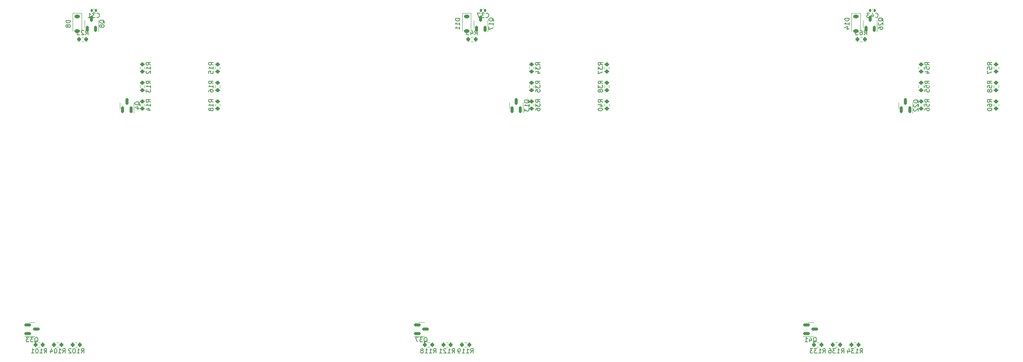
<source format=gbo>
%TF.GenerationSoftware,KiCad,Pcbnew,7.0.9*%
%TF.CreationDate,2025-04-01T10:19:45-06:00*%
%TF.ProjectId,2023-24_Power_Supply,32303233-2d32-4345-9f50-6f7765725f53,rev?*%
%TF.SameCoordinates,Original*%
%TF.FileFunction,Legend,Bot*%
%TF.FilePolarity,Positive*%
%FSLAX46Y46*%
G04 Gerber Fmt 4.6, Leading zero omitted, Abs format (unit mm)*
G04 Created by KiCad (PCBNEW 7.0.9) date 2025-04-01 10:19:45*
%MOMM*%
%LPD*%
G01*
G04 APERTURE LIST*
G04 Aperture macros list*
%AMRoundRect*
0 Rectangle with rounded corners*
0 $1 Rounding radius*
0 $2 $3 $4 $5 $6 $7 $8 $9 X,Y pos of 4 corners*
0 Add a 4 corners polygon primitive as box body*
4,1,4,$2,$3,$4,$5,$6,$7,$8,$9,$2,$3,0*
0 Add four circle primitives for the rounded corners*
1,1,$1+$1,$2,$3*
1,1,$1+$1,$4,$5*
1,1,$1+$1,$6,$7*
1,1,$1+$1,$8,$9*
0 Add four rect primitives between the rounded corners*
20,1,$1+$1,$2,$3,$4,$5,0*
20,1,$1+$1,$4,$5,$6,$7,0*
20,1,$1+$1,$6,$7,$8,$9,0*
20,1,$1+$1,$8,$9,$2,$3,0*%
G04 Aperture macros list end*
%ADD10C,0.150000*%
%ADD11C,0.120000*%
%ADD12C,2.075000*%
%ADD13C,2.050000*%
%ADD14C,3.575000*%
%ADD15C,3.200000*%
%ADD16RoundRect,0.102000X0.975000X-0.975000X0.975000X0.975000X-0.975000X0.975000X-0.975000X-0.975000X0*%
%ADD17C,2.154000*%
%ADD18R,2.400000X2.400000*%
%ADD19C,2.400000*%
%ADD20O,6.500000X3.500000*%
%ADD21RoundRect,1.525000X1.525000X-2.375000X1.525000X2.375000X-1.525000X2.375000X-1.525000X-2.375000X0*%
%ADD22R,1.700000X1.700000*%
%ADD23O,1.700000X1.700000*%
%ADD24R,2.600000X2.600000*%
%ADD25C,2.600000*%
%ADD26R,2.000000X2.000000*%
%ADD27C,2.000000*%
%ADD28RoundRect,0.200000X0.200000X0.275000X-0.200000X0.275000X-0.200000X-0.275000X0.200000X-0.275000X0*%
%ADD29RoundRect,0.200000X-0.200000X-0.275000X0.200000X-0.275000X0.200000X0.275000X-0.200000X0.275000X0*%
%ADD30RoundRect,0.200000X-0.275000X0.200000X-0.275000X-0.200000X0.275000X-0.200000X0.275000X0.200000X0*%
%ADD31RoundRect,0.200000X0.275000X-0.200000X0.275000X0.200000X-0.275000X0.200000X-0.275000X-0.200000X0*%
%ADD32RoundRect,0.150000X0.150000X-0.512500X0.150000X0.512500X-0.150000X0.512500X-0.150000X-0.512500X0*%
%ADD33RoundRect,0.150000X-0.587500X-0.150000X0.587500X-0.150000X0.587500X0.150000X-0.587500X0.150000X0*%
%ADD34RoundRect,0.140000X-0.140000X-0.170000X0.140000X-0.170000X0.140000X0.170000X-0.140000X0.170000X0*%
%ADD35RoundRect,0.150000X0.150000X-0.587500X0.150000X0.587500X-0.150000X0.587500X-0.150000X-0.587500X0*%
%ADD36RoundRect,0.225000X-0.375000X0.225000X-0.375000X-0.225000X0.375000X-0.225000X0.375000X0.225000X0*%
G04 APERTURE END LIST*
D10*
X185642857Y-167424819D02*
X185976190Y-166948628D01*
X186214285Y-167424819D02*
X186214285Y-166424819D01*
X186214285Y-166424819D02*
X185833333Y-166424819D01*
X185833333Y-166424819D02*
X185738095Y-166472438D01*
X185738095Y-166472438D02*
X185690476Y-166520057D01*
X185690476Y-166520057D02*
X185642857Y-166615295D01*
X185642857Y-166615295D02*
X185642857Y-166758152D01*
X185642857Y-166758152D02*
X185690476Y-166853390D01*
X185690476Y-166853390D02*
X185738095Y-166901009D01*
X185738095Y-166901009D02*
X185833333Y-166948628D01*
X185833333Y-166948628D02*
X186214285Y-166948628D01*
X185261904Y-166520057D02*
X185214285Y-166472438D01*
X185214285Y-166472438D02*
X185119047Y-166424819D01*
X185119047Y-166424819D02*
X184880952Y-166424819D01*
X184880952Y-166424819D02*
X184785714Y-166472438D01*
X184785714Y-166472438D02*
X184738095Y-166520057D01*
X184738095Y-166520057D02*
X184690476Y-166615295D01*
X184690476Y-166615295D02*
X184690476Y-166710533D01*
X184690476Y-166710533D02*
X184738095Y-166853390D01*
X184738095Y-166853390D02*
X185309523Y-167424819D01*
X185309523Y-167424819D02*
X184690476Y-167424819D01*
X184357142Y-166424819D02*
X183738095Y-166424819D01*
X183738095Y-166424819D02*
X184071428Y-166805771D01*
X184071428Y-166805771D02*
X183928571Y-166805771D01*
X183928571Y-166805771D02*
X183833333Y-166853390D01*
X183833333Y-166853390D02*
X183785714Y-166901009D01*
X183785714Y-166901009D02*
X183738095Y-166996247D01*
X183738095Y-166996247D02*
X183738095Y-167234342D01*
X183738095Y-167234342D02*
X183785714Y-167329580D01*
X183785714Y-167329580D02*
X183833333Y-167377200D01*
X183833333Y-167377200D02*
X183928571Y-167424819D01*
X183928571Y-167424819D02*
X184214285Y-167424819D01*
X184214285Y-167424819D02*
X184309523Y-167377200D01*
X184309523Y-167377200D02*
X184357142Y-167329580D01*
X272694047Y-239384819D02*
X273027380Y-238908628D01*
X273265475Y-239384819D02*
X273265475Y-238384819D01*
X273265475Y-238384819D02*
X272884523Y-238384819D01*
X272884523Y-238384819D02*
X272789285Y-238432438D01*
X272789285Y-238432438D02*
X272741666Y-238480057D01*
X272741666Y-238480057D02*
X272694047Y-238575295D01*
X272694047Y-238575295D02*
X272694047Y-238718152D01*
X272694047Y-238718152D02*
X272741666Y-238813390D01*
X272741666Y-238813390D02*
X272789285Y-238861009D01*
X272789285Y-238861009D02*
X272884523Y-238908628D01*
X272884523Y-238908628D02*
X273265475Y-238908628D01*
X271741666Y-239384819D02*
X272313094Y-239384819D01*
X272027380Y-239384819D02*
X272027380Y-238384819D01*
X272027380Y-238384819D02*
X272122618Y-238527676D01*
X272122618Y-238527676D02*
X272217856Y-238622914D01*
X272217856Y-238622914D02*
X272313094Y-238670533D01*
X270789285Y-239384819D02*
X271360713Y-239384819D01*
X271074999Y-239384819D02*
X271074999Y-238384819D01*
X271074999Y-238384819D02*
X271170237Y-238527676D01*
X271170237Y-238527676D02*
X271265475Y-238622914D01*
X271265475Y-238622914D02*
X271360713Y-238670533D01*
X270313094Y-239384819D02*
X270122618Y-239384819D01*
X270122618Y-239384819D02*
X270027380Y-239337200D01*
X270027380Y-239337200D02*
X269979761Y-239289580D01*
X269979761Y-239289580D02*
X269884523Y-239146723D01*
X269884523Y-239146723D02*
X269836904Y-238956247D01*
X269836904Y-238956247D02*
X269836904Y-238575295D01*
X269836904Y-238575295D02*
X269884523Y-238480057D01*
X269884523Y-238480057D02*
X269932142Y-238432438D01*
X269932142Y-238432438D02*
X270027380Y-238384819D01*
X270027380Y-238384819D02*
X270217856Y-238384819D01*
X270217856Y-238384819D02*
X270313094Y-238432438D01*
X270313094Y-238432438D02*
X270360713Y-238480057D01*
X270360713Y-238480057D02*
X270408332Y-238575295D01*
X270408332Y-238575295D02*
X270408332Y-238813390D01*
X270408332Y-238813390D02*
X270360713Y-238908628D01*
X270360713Y-238908628D02*
X270313094Y-238956247D01*
X270313094Y-238956247D02*
X270217856Y-239003866D01*
X270217856Y-239003866D02*
X270027380Y-239003866D01*
X270027380Y-239003866D02*
X269932142Y-238956247D01*
X269932142Y-238956247D02*
X269884523Y-238908628D01*
X269884523Y-238908628D02*
X269836904Y-238813390D01*
X390524819Y-178457142D02*
X390048628Y-178123809D01*
X390524819Y-177885714D02*
X389524819Y-177885714D01*
X389524819Y-177885714D02*
X389524819Y-178266666D01*
X389524819Y-178266666D02*
X389572438Y-178361904D01*
X389572438Y-178361904D02*
X389620057Y-178409523D01*
X389620057Y-178409523D02*
X389715295Y-178457142D01*
X389715295Y-178457142D02*
X389858152Y-178457142D01*
X389858152Y-178457142D02*
X389953390Y-178409523D01*
X389953390Y-178409523D02*
X390001009Y-178361904D01*
X390001009Y-178361904D02*
X390048628Y-178266666D01*
X390048628Y-178266666D02*
X390048628Y-177885714D01*
X389524819Y-179361904D02*
X389524819Y-178885714D01*
X389524819Y-178885714D02*
X390001009Y-178838095D01*
X390001009Y-178838095D02*
X389953390Y-178885714D01*
X389953390Y-178885714D02*
X389905771Y-178980952D01*
X389905771Y-178980952D02*
X389905771Y-179219047D01*
X389905771Y-179219047D02*
X389953390Y-179314285D01*
X389953390Y-179314285D02*
X390001009Y-179361904D01*
X390001009Y-179361904D02*
X390096247Y-179409523D01*
X390096247Y-179409523D02*
X390334342Y-179409523D01*
X390334342Y-179409523D02*
X390429580Y-179361904D01*
X390429580Y-179361904D02*
X390477200Y-179314285D01*
X390477200Y-179314285D02*
X390524819Y-179219047D01*
X390524819Y-179219047D02*
X390524819Y-178980952D01*
X390524819Y-178980952D02*
X390477200Y-178885714D01*
X390477200Y-178885714D02*
X390429580Y-178838095D01*
X389953390Y-179980952D02*
X389905771Y-179885714D01*
X389905771Y-179885714D02*
X389858152Y-179838095D01*
X389858152Y-179838095D02*
X389762914Y-179790476D01*
X389762914Y-179790476D02*
X389715295Y-179790476D01*
X389715295Y-179790476D02*
X389620057Y-179838095D01*
X389620057Y-179838095D02*
X389572438Y-179885714D01*
X389572438Y-179885714D02*
X389524819Y-179980952D01*
X389524819Y-179980952D02*
X389524819Y-180171428D01*
X389524819Y-180171428D02*
X389572438Y-180266666D01*
X389572438Y-180266666D02*
X389620057Y-180314285D01*
X389620057Y-180314285D02*
X389715295Y-180361904D01*
X389715295Y-180361904D02*
X389762914Y-180361904D01*
X389762914Y-180361904D02*
X389858152Y-180314285D01*
X389858152Y-180314285D02*
X389905771Y-180266666D01*
X389905771Y-180266666D02*
X389953390Y-180171428D01*
X389953390Y-180171428D02*
X389953390Y-179980952D01*
X389953390Y-179980952D02*
X390001009Y-179885714D01*
X390001009Y-179885714D02*
X390048628Y-179838095D01*
X390048628Y-179838095D02*
X390143866Y-179790476D01*
X390143866Y-179790476D02*
X390334342Y-179790476D01*
X390334342Y-179790476D02*
X390429580Y-179838095D01*
X390429580Y-179838095D02*
X390477200Y-179885714D01*
X390477200Y-179885714D02*
X390524819Y-179980952D01*
X390524819Y-179980952D02*
X390524819Y-180171428D01*
X390524819Y-180171428D02*
X390477200Y-180266666D01*
X390477200Y-180266666D02*
X390429580Y-180314285D01*
X390429580Y-180314285D02*
X390334342Y-180361904D01*
X390334342Y-180361904D02*
X390143866Y-180361904D01*
X390143866Y-180361904D02*
X390048628Y-180314285D01*
X390048628Y-180314285D02*
X390001009Y-180266666D01*
X390001009Y-180266666D02*
X389953390Y-180171428D01*
X376384819Y-182657142D02*
X375908628Y-182323809D01*
X376384819Y-182085714D02*
X375384819Y-182085714D01*
X375384819Y-182085714D02*
X375384819Y-182466666D01*
X375384819Y-182466666D02*
X375432438Y-182561904D01*
X375432438Y-182561904D02*
X375480057Y-182609523D01*
X375480057Y-182609523D02*
X375575295Y-182657142D01*
X375575295Y-182657142D02*
X375718152Y-182657142D01*
X375718152Y-182657142D02*
X375813390Y-182609523D01*
X375813390Y-182609523D02*
X375861009Y-182561904D01*
X375861009Y-182561904D02*
X375908628Y-182466666D01*
X375908628Y-182466666D02*
X375908628Y-182085714D01*
X375384819Y-183561904D02*
X375384819Y-183085714D01*
X375384819Y-183085714D02*
X375861009Y-183038095D01*
X375861009Y-183038095D02*
X375813390Y-183085714D01*
X375813390Y-183085714D02*
X375765771Y-183180952D01*
X375765771Y-183180952D02*
X375765771Y-183419047D01*
X375765771Y-183419047D02*
X375813390Y-183514285D01*
X375813390Y-183514285D02*
X375861009Y-183561904D01*
X375861009Y-183561904D02*
X375956247Y-183609523D01*
X375956247Y-183609523D02*
X376194342Y-183609523D01*
X376194342Y-183609523D02*
X376289580Y-183561904D01*
X376289580Y-183561904D02*
X376337200Y-183514285D01*
X376337200Y-183514285D02*
X376384819Y-183419047D01*
X376384819Y-183419047D02*
X376384819Y-183180952D01*
X376384819Y-183180952D02*
X376337200Y-183085714D01*
X376337200Y-183085714D02*
X376289580Y-183038095D01*
X375384819Y-184466666D02*
X375384819Y-184276190D01*
X375384819Y-184276190D02*
X375432438Y-184180952D01*
X375432438Y-184180952D02*
X375480057Y-184133333D01*
X375480057Y-184133333D02*
X375622914Y-184038095D01*
X375622914Y-184038095D02*
X375813390Y-183990476D01*
X375813390Y-183990476D02*
X376194342Y-183990476D01*
X376194342Y-183990476D02*
X376289580Y-184038095D01*
X376289580Y-184038095D02*
X376337200Y-184085714D01*
X376337200Y-184085714D02*
X376384819Y-184180952D01*
X376384819Y-184180952D02*
X376384819Y-184371428D01*
X376384819Y-184371428D02*
X376337200Y-184466666D01*
X376337200Y-184466666D02*
X376289580Y-184514285D01*
X376289580Y-184514285D02*
X376194342Y-184561904D01*
X376194342Y-184561904D02*
X375956247Y-184561904D01*
X375956247Y-184561904D02*
X375861009Y-184514285D01*
X375861009Y-184514285D02*
X375813390Y-184466666D01*
X375813390Y-184466666D02*
X375765771Y-184371428D01*
X375765771Y-184371428D02*
X375765771Y-184180952D01*
X375765771Y-184180952D02*
X375813390Y-184085714D01*
X375813390Y-184085714D02*
X375861009Y-184038095D01*
X375861009Y-184038095D02*
X375956247Y-183990476D01*
X365950057Y-164328571D02*
X365902438Y-164233333D01*
X365902438Y-164233333D02*
X365807200Y-164138095D01*
X365807200Y-164138095D02*
X365664342Y-163995238D01*
X365664342Y-163995238D02*
X365616723Y-163900000D01*
X365616723Y-163900000D02*
X365616723Y-163804762D01*
X365854819Y-163852381D02*
X365807200Y-163757143D01*
X365807200Y-163757143D02*
X365711961Y-163661905D01*
X365711961Y-163661905D02*
X365521485Y-163614286D01*
X365521485Y-163614286D02*
X365188152Y-163614286D01*
X365188152Y-163614286D02*
X364997676Y-163661905D01*
X364997676Y-163661905D02*
X364902438Y-163757143D01*
X364902438Y-163757143D02*
X364854819Y-163852381D01*
X364854819Y-163852381D02*
X364854819Y-164042857D01*
X364854819Y-164042857D02*
X364902438Y-164138095D01*
X364902438Y-164138095D02*
X364997676Y-164233333D01*
X364997676Y-164233333D02*
X365188152Y-164280952D01*
X365188152Y-164280952D02*
X365521485Y-164280952D01*
X365521485Y-164280952D02*
X365711961Y-164233333D01*
X365711961Y-164233333D02*
X365807200Y-164138095D01*
X365807200Y-164138095D02*
X365854819Y-164042857D01*
X365854819Y-164042857D02*
X365854819Y-163852381D01*
X364950057Y-164661905D02*
X364902438Y-164709524D01*
X364902438Y-164709524D02*
X364854819Y-164804762D01*
X364854819Y-164804762D02*
X364854819Y-165042857D01*
X364854819Y-165042857D02*
X364902438Y-165138095D01*
X364902438Y-165138095D02*
X364950057Y-165185714D01*
X364950057Y-165185714D02*
X365045295Y-165233333D01*
X365045295Y-165233333D02*
X365140533Y-165233333D01*
X365140533Y-165233333D02*
X365283390Y-165185714D01*
X365283390Y-165185714D02*
X365854819Y-164614286D01*
X365854819Y-164614286D02*
X365854819Y-165233333D01*
X364854819Y-166090476D02*
X364854819Y-165900000D01*
X364854819Y-165900000D02*
X364902438Y-165804762D01*
X364902438Y-165804762D02*
X364950057Y-165757143D01*
X364950057Y-165757143D02*
X365092914Y-165661905D01*
X365092914Y-165661905D02*
X365283390Y-165614286D01*
X365283390Y-165614286D02*
X365664342Y-165614286D01*
X365664342Y-165614286D02*
X365759580Y-165661905D01*
X365759580Y-165661905D02*
X365807200Y-165709524D01*
X365807200Y-165709524D02*
X365854819Y-165804762D01*
X365854819Y-165804762D02*
X365854819Y-165995238D01*
X365854819Y-165995238D02*
X365807200Y-166090476D01*
X365807200Y-166090476D02*
X365759580Y-166138095D01*
X365759580Y-166138095D02*
X365664342Y-166185714D01*
X365664342Y-166185714D02*
X365426247Y-166185714D01*
X365426247Y-166185714D02*
X365331009Y-166138095D01*
X365331009Y-166138095D02*
X365283390Y-166090476D01*
X365283390Y-166090476D02*
X365235771Y-165995238D01*
X365235771Y-165995238D02*
X365235771Y-165804762D01*
X365235771Y-165804762D02*
X365283390Y-165709524D01*
X365283390Y-165709524D02*
X365331009Y-165661905D01*
X365331009Y-165661905D02*
X365426247Y-165614286D01*
X302524819Y-178457142D02*
X302048628Y-178123809D01*
X302524819Y-177885714D02*
X301524819Y-177885714D01*
X301524819Y-177885714D02*
X301524819Y-178266666D01*
X301524819Y-178266666D02*
X301572438Y-178361904D01*
X301572438Y-178361904D02*
X301620057Y-178409523D01*
X301620057Y-178409523D02*
X301715295Y-178457142D01*
X301715295Y-178457142D02*
X301858152Y-178457142D01*
X301858152Y-178457142D02*
X301953390Y-178409523D01*
X301953390Y-178409523D02*
X302001009Y-178361904D01*
X302001009Y-178361904D02*
X302048628Y-178266666D01*
X302048628Y-178266666D02*
X302048628Y-177885714D01*
X301524819Y-178790476D02*
X301524819Y-179409523D01*
X301524819Y-179409523D02*
X301905771Y-179076190D01*
X301905771Y-179076190D02*
X301905771Y-179219047D01*
X301905771Y-179219047D02*
X301953390Y-179314285D01*
X301953390Y-179314285D02*
X302001009Y-179361904D01*
X302001009Y-179361904D02*
X302096247Y-179409523D01*
X302096247Y-179409523D02*
X302334342Y-179409523D01*
X302334342Y-179409523D02*
X302429580Y-179361904D01*
X302429580Y-179361904D02*
X302477200Y-179314285D01*
X302477200Y-179314285D02*
X302524819Y-179219047D01*
X302524819Y-179219047D02*
X302524819Y-178933333D01*
X302524819Y-178933333D02*
X302477200Y-178838095D01*
X302477200Y-178838095D02*
X302429580Y-178790476D01*
X301953390Y-179980952D02*
X301905771Y-179885714D01*
X301905771Y-179885714D02*
X301858152Y-179838095D01*
X301858152Y-179838095D02*
X301762914Y-179790476D01*
X301762914Y-179790476D02*
X301715295Y-179790476D01*
X301715295Y-179790476D02*
X301620057Y-179838095D01*
X301620057Y-179838095D02*
X301572438Y-179885714D01*
X301572438Y-179885714D02*
X301524819Y-179980952D01*
X301524819Y-179980952D02*
X301524819Y-180171428D01*
X301524819Y-180171428D02*
X301572438Y-180266666D01*
X301572438Y-180266666D02*
X301620057Y-180314285D01*
X301620057Y-180314285D02*
X301715295Y-180361904D01*
X301715295Y-180361904D02*
X301762914Y-180361904D01*
X301762914Y-180361904D02*
X301858152Y-180314285D01*
X301858152Y-180314285D02*
X301905771Y-180266666D01*
X301905771Y-180266666D02*
X301953390Y-180171428D01*
X301953390Y-180171428D02*
X301953390Y-179980952D01*
X301953390Y-179980952D02*
X302001009Y-179885714D01*
X302001009Y-179885714D02*
X302048628Y-179838095D01*
X302048628Y-179838095D02*
X302143866Y-179790476D01*
X302143866Y-179790476D02*
X302334342Y-179790476D01*
X302334342Y-179790476D02*
X302429580Y-179838095D01*
X302429580Y-179838095D02*
X302477200Y-179885714D01*
X302477200Y-179885714D02*
X302524819Y-179980952D01*
X302524819Y-179980952D02*
X302524819Y-180171428D01*
X302524819Y-180171428D02*
X302477200Y-180266666D01*
X302477200Y-180266666D02*
X302429580Y-180314285D01*
X302429580Y-180314285D02*
X302334342Y-180361904D01*
X302334342Y-180361904D02*
X302143866Y-180361904D01*
X302143866Y-180361904D02*
X302048628Y-180314285D01*
X302048628Y-180314285D02*
X302001009Y-180266666D01*
X302001009Y-180266666D02*
X301953390Y-180171428D01*
X214524819Y-182657142D02*
X214048628Y-182323809D01*
X214524819Y-182085714D02*
X213524819Y-182085714D01*
X213524819Y-182085714D02*
X213524819Y-182466666D01*
X213524819Y-182466666D02*
X213572438Y-182561904D01*
X213572438Y-182561904D02*
X213620057Y-182609523D01*
X213620057Y-182609523D02*
X213715295Y-182657142D01*
X213715295Y-182657142D02*
X213858152Y-182657142D01*
X213858152Y-182657142D02*
X213953390Y-182609523D01*
X213953390Y-182609523D02*
X214001009Y-182561904D01*
X214001009Y-182561904D02*
X214048628Y-182466666D01*
X214048628Y-182466666D02*
X214048628Y-182085714D01*
X214524819Y-183609523D02*
X214524819Y-183038095D01*
X214524819Y-183323809D02*
X213524819Y-183323809D01*
X213524819Y-183323809D02*
X213667676Y-183228571D01*
X213667676Y-183228571D02*
X213762914Y-183133333D01*
X213762914Y-183133333D02*
X213810533Y-183038095D01*
X213953390Y-184180952D02*
X213905771Y-184085714D01*
X213905771Y-184085714D02*
X213858152Y-184038095D01*
X213858152Y-184038095D02*
X213762914Y-183990476D01*
X213762914Y-183990476D02*
X213715295Y-183990476D01*
X213715295Y-183990476D02*
X213620057Y-184038095D01*
X213620057Y-184038095D02*
X213572438Y-184085714D01*
X213572438Y-184085714D02*
X213524819Y-184180952D01*
X213524819Y-184180952D02*
X213524819Y-184371428D01*
X213524819Y-184371428D02*
X213572438Y-184466666D01*
X213572438Y-184466666D02*
X213620057Y-184514285D01*
X213620057Y-184514285D02*
X213715295Y-184561904D01*
X213715295Y-184561904D02*
X213762914Y-184561904D01*
X213762914Y-184561904D02*
X213858152Y-184514285D01*
X213858152Y-184514285D02*
X213905771Y-184466666D01*
X213905771Y-184466666D02*
X213953390Y-184371428D01*
X213953390Y-184371428D02*
X213953390Y-184180952D01*
X213953390Y-184180952D02*
X214001009Y-184085714D01*
X214001009Y-184085714D02*
X214048628Y-184038095D01*
X214048628Y-184038095D02*
X214143866Y-183990476D01*
X214143866Y-183990476D02*
X214334342Y-183990476D01*
X214334342Y-183990476D02*
X214429580Y-184038095D01*
X214429580Y-184038095D02*
X214477200Y-184085714D01*
X214477200Y-184085714D02*
X214524819Y-184180952D01*
X214524819Y-184180952D02*
X214524819Y-184371428D01*
X214524819Y-184371428D02*
X214477200Y-184466666D01*
X214477200Y-184466666D02*
X214429580Y-184514285D01*
X214429580Y-184514285D02*
X214334342Y-184561904D01*
X214334342Y-184561904D02*
X214143866Y-184561904D01*
X214143866Y-184561904D02*
X214048628Y-184514285D01*
X214048628Y-184514285D02*
X214001009Y-184466666D01*
X214001009Y-184466666D02*
X213953390Y-184371428D01*
X174146428Y-236950057D02*
X174241666Y-236902438D01*
X174241666Y-236902438D02*
X174336904Y-236807200D01*
X174336904Y-236807200D02*
X174479761Y-236664342D01*
X174479761Y-236664342D02*
X174574999Y-236616723D01*
X174574999Y-236616723D02*
X174670237Y-236616723D01*
X174622618Y-236854819D02*
X174717856Y-236807200D01*
X174717856Y-236807200D02*
X174813094Y-236711961D01*
X174813094Y-236711961D02*
X174860713Y-236521485D01*
X174860713Y-236521485D02*
X174860713Y-236188152D01*
X174860713Y-236188152D02*
X174813094Y-235997676D01*
X174813094Y-235997676D02*
X174717856Y-235902438D01*
X174717856Y-235902438D02*
X174622618Y-235854819D01*
X174622618Y-235854819D02*
X174432142Y-235854819D01*
X174432142Y-235854819D02*
X174336904Y-235902438D01*
X174336904Y-235902438D02*
X174241666Y-235997676D01*
X174241666Y-235997676D02*
X174194047Y-236188152D01*
X174194047Y-236188152D02*
X174194047Y-236521485D01*
X174194047Y-236521485D02*
X174241666Y-236711961D01*
X174241666Y-236711961D02*
X174336904Y-236807200D01*
X174336904Y-236807200D02*
X174432142Y-236854819D01*
X174432142Y-236854819D02*
X174622618Y-236854819D01*
X173860713Y-235854819D02*
X173241666Y-235854819D01*
X173241666Y-235854819D02*
X173574999Y-236235771D01*
X173574999Y-236235771D02*
X173432142Y-236235771D01*
X173432142Y-236235771D02*
X173336904Y-236283390D01*
X173336904Y-236283390D02*
X173289285Y-236331009D01*
X173289285Y-236331009D02*
X173241666Y-236426247D01*
X173241666Y-236426247D02*
X173241666Y-236664342D01*
X173241666Y-236664342D02*
X173289285Y-236759580D01*
X173289285Y-236759580D02*
X173336904Y-236807200D01*
X173336904Y-236807200D02*
X173432142Y-236854819D01*
X173432142Y-236854819D02*
X173717856Y-236854819D01*
X173717856Y-236854819D02*
X173813094Y-236807200D01*
X173813094Y-236807200D02*
X173860713Y-236759580D01*
X172908332Y-235854819D02*
X172289285Y-235854819D01*
X172289285Y-235854819D02*
X172622618Y-236235771D01*
X172622618Y-236235771D02*
X172479761Y-236235771D01*
X172479761Y-236235771D02*
X172384523Y-236283390D01*
X172384523Y-236283390D02*
X172336904Y-236331009D01*
X172336904Y-236331009D02*
X172289285Y-236426247D01*
X172289285Y-236426247D02*
X172289285Y-236664342D01*
X172289285Y-236664342D02*
X172336904Y-236759580D01*
X172336904Y-236759580D02*
X172384523Y-236807200D01*
X172384523Y-236807200D02*
X172479761Y-236854819D01*
X172479761Y-236854819D02*
X172765475Y-236854819D01*
X172765475Y-236854819D02*
X172860713Y-236807200D01*
X172860713Y-236807200D02*
X172908332Y-236759580D01*
X350146429Y-236950057D02*
X350241667Y-236902438D01*
X350241667Y-236902438D02*
X350336905Y-236807200D01*
X350336905Y-236807200D02*
X350479762Y-236664342D01*
X350479762Y-236664342D02*
X350575000Y-236616723D01*
X350575000Y-236616723D02*
X350670238Y-236616723D01*
X350622619Y-236854819D02*
X350717857Y-236807200D01*
X350717857Y-236807200D02*
X350813095Y-236711961D01*
X350813095Y-236711961D02*
X350860714Y-236521485D01*
X350860714Y-236521485D02*
X350860714Y-236188152D01*
X350860714Y-236188152D02*
X350813095Y-235997676D01*
X350813095Y-235997676D02*
X350717857Y-235902438D01*
X350717857Y-235902438D02*
X350622619Y-235854819D01*
X350622619Y-235854819D02*
X350432143Y-235854819D01*
X350432143Y-235854819D02*
X350336905Y-235902438D01*
X350336905Y-235902438D02*
X350241667Y-235997676D01*
X350241667Y-235997676D02*
X350194048Y-236188152D01*
X350194048Y-236188152D02*
X350194048Y-236521485D01*
X350194048Y-236521485D02*
X350241667Y-236711961D01*
X350241667Y-236711961D02*
X350336905Y-236807200D01*
X350336905Y-236807200D02*
X350432143Y-236854819D01*
X350432143Y-236854819D02*
X350622619Y-236854819D01*
X349336905Y-236188152D02*
X349336905Y-236854819D01*
X349575000Y-235807200D02*
X349813095Y-236521485D01*
X349813095Y-236521485D02*
X349194048Y-236521485D01*
X348289286Y-236854819D02*
X348860714Y-236854819D01*
X348575000Y-236854819D02*
X348575000Y-235854819D01*
X348575000Y-235854819D02*
X348670238Y-235997676D01*
X348670238Y-235997676D02*
X348765476Y-236092914D01*
X348765476Y-236092914D02*
X348860714Y-236140533D01*
X176294047Y-239384819D02*
X176627380Y-238908628D01*
X176865475Y-239384819D02*
X176865475Y-238384819D01*
X176865475Y-238384819D02*
X176484523Y-238384819D01*
X176484523Y-238384819D02*
X176389285Y-238432438D01*
X176389285Y-238432438D02*
X176341666Y-238480057D01*
X176341666Y-238480057D02*
X176294047Y-238575295D01*
X176294047Y-238575295D02*
X176294047Y-238718152D01*
X176294047Y-238718152D02*
X176341666Y-238813390D01*
X176341666Y-238813390D02*
X176389285Y-238861009D01*
X176389285Y-238861009D02*
X176484523Y-238908628D01*
X176484523Y-238908628D02*
X176865475Y-238908628D01*
X175341666Y-239384819D02*
X175913094Y-239384819D01*
X175627380Y-239384819D02*
X175627380Y-238384819D01*
X175627380Y-238384819D02*
X175722618Y-238527676D01*
X175722618Y-238527676D02*
X175817856Y-238622914D01*
X175817856Y-238622914D02*
X175913094Y-238670533D01*
X174722618Y-238384819D02*
X174627380Y-238384819D01*
X174627380Y-238384819D02*
X174532142Y-238432438D01*
X174532142Y-238432438D02*
X174484523Y-238480057D01*
X174484523Y-238480057D02*
X174436904Y-238575295D01*
X174436904Y-238575295D02*
X174389285Y-238765771D01*
X174389285Y-238765771D02*
X174389285Y-239003866D01*
X174389285Y-239003866D02*
X174436904Y-239194342D01*
X174436904Y-239194342D02*
X174484523Y-239289580D01*
X174484523Y-239289580D02*
X174532142Y-239337200D01*
X174532142Y-239337200D02*
X174627380Y-239384819D01*
X174627380Y-239384819D02*
X174722618Y-239384819D01*
X174722618Y-239384819D02*
X174817856Y-239337200D01*
X174817856Y-239337200D02*
X174865475Y-239289580D01*
X174865475Y-239289580D02*
X174913094Y-239194342D01*
X174913094Y-239194342D02*
X174960713Y-239003866D01*
X174960713Y-239003866D02*
X174960713Y-238765771D01*
X174960713Y-238765771D02*
X174913094Y-238575295D01*
X174913094Y-238575295D02*
X174865475Y-238480057D01*
X174865475Y-238480057D02*
X174817856Y-238432438D01*
X174817856Y-238432438D02*
X174722618Y-238384819D01*
X173436904Y-239384819D02*
X174008332Y-239384819D01*
X173722618Y-239384819D02*
X173722618Y-238384819D01*
X173722618Y-238384819D02*
X173817856Y-238527676D01*
X173817856Y-238527676D02*
X173913094Y-238622914D01*
X173913094Y-238622914D02*
X174008332Y-238670533D01*
X361642857Y-167424819D02*
X361976190Y-166948628D01*
X362214285Y-167424819D02*
X362214285Y-166424819D01*
X362214285Y-166424819D02*
X361833333Y-166424819D01*
X361833333Y-166424819D02*
X361738095Y-166472438D01*
X361738095Y-166472438D02*
X361690476Y-166520057D01*
X361690476Y-166520057D02*
X361642857Y-166615295D01*
X361642857Y-166615295D02*
X361642857Y-166758152D01*
X361642857Y-166758152D02*
X361690476Y-166853390D01*
X361690476Y-166853390D02*
X361738095Y-166901009D01*
X361738095Y-166901009D02*
X361833333Y-166948628D01*
X361833333Y-166948628D02*
X362214285Y-166948628D01*
X360785714Y-166424819D02*
X360976190Y-166424819D01*
X360976190Y-166424819D02*
X361071428Y-166472438D01*
X361071428Y-166472438D02*
X361119047Y-166520057D01*
X361119047Y-166520057D02*
X361214285Y-166662914D01*
X361214285Y-166662914D02*
X361261904Y-166853390D01*
X361261904Y-166853390D02*
X361261904Y-167234342D01*
X361261904Y-167234342D02*
X361214285Y-167329580D01*
X361214285Y-167329580D02*
X361166666Y-167377200D01*
X361166666Y-167377200D02*
X361071428Y-167424819D01*
X361071428Y-167424819D02*
X360880952Y-167424819D01*
X360880952Y-167424819D02*
X360785714Y-167377200D01*
X360785714Y-167377200D02*
X360738095Y-167329580D01*
X360738095Y-167329580D02*
X360690476Y-167234342D01*
X360690476Y-167234342D02*
X360690476Y-166996247D01*
X360690476Y-166996247D02*
X360738095Y-166901009D01*
X360738095Y-166901009D02*
X360785714Y-166853390D01*
X360785714Y-166853390D02*
X360880952Y-166805771D01*
X360880952Y-166805771D02*
X361071428Y-166805771D01*
X361071428Y-166805771D02*
X361166666Y-166853390D01*
X361166666Y-166853390D02*
X361214285Y-166901009D01*
X361214285Y-166901009D02*
X361261904Y-166996247D01*
X359785714Y-166424819D02*
X360261904Y-166424819D01*
X360261904Y-166424819D02*
X360309523Y-166901009D01*
X360309523Y-166901009D02*
X360261904Y-166853390D01*
X360261904Y-166853390D02*
X360166666Y-166805771D01*
X360166666Y-166805771D02*
X359928571Y-166805771D01*
X359928571Y-166805771D02*
X359833333Y-166853390D01*
X359833333Y-166853390D02*
X359785714Y-166901009D01*
X359785714Y-166901009D02*
X359738095Y-166996247D01*
X359738095Y-166996247D02*
X359738095Y-167234342D01*
X359738095Y-167234342D02*
X359785714Y-167329580D01*
X359785714Y-167329580D02*
X359833333Y-167377200D01*
X359833333Y-167377200D02*
X359928571Y-167424819D01*
X359928571Y-167424819D02*
X360166666Y-167424819D01*
X360166666Y-167424819D02*
X360261904Y-167377200D01*
X360261904Y-167377200D02*
X360309523Y-167329580D01*
X302524819Y-182657142D02*
X302048628Y-182323809D01*
X302524819Y-182085714D02*
X301524819Y-182085714D01*
X301524819Y-182085714D02*
X301524819Y-182466666D01*
X301524819Y-182466666D02*
X301572438Y-182561904D01*
X301572438Y-182561904D02*
X301620057Y-182609523D01*
X301620057Y-182609523D02*
X301715295Y-182657142D01*
X301715295Y-182657142D02*
X301858152Y-182657142D01*
X301858152Y-182657142D02*
X301953390Y-182609523D01*
X301953390Y-182609523D02*
X302001009Y-182561904D01*
X302001009Y-182561904D02*
X302048628Y-182466666D01*
X302048628Y-182466666D02*
X302048628Y-182085714D01*
X301858152Y-183514285D02*
X302524819Y-183514285D01*
X301477200Y-183276190D02*
X302191485Y-183038095D01*
X302191485Y-183038095D02*
X302191485Y-183657142D01*
X301524819Y-184228571D02*
X301524819Y-184323809D01*
X301524819Y-184323809D02*
X301572438Y-184419047D01*
X301572438Y-184419047D02*
X301620057Y-184466666D01*
X301620057Y-184466666D02*
X301715295Y-184514285D01*
X301715295Y-184514285D02*
X301905771Y-184561904D01*
X301905771Y-184561904D02*
X302143866Y-184561904D01*
X302143866Y-184561904D02*
X302334342Y-184514285D01*
X302334342Y-184514285D02*
X302429580Y-184466666D01*
X302429580Y-184466666D02*
X302477200Y-184419047D01*
X302477200Y-184419047D02*
X302524819Y-184323809D01*
X302524819Y-184323809D02*
X302524819Y-184228571D01*
X302524819Y-184228571D02*
X302477200Y-184133333D01*
X302477200Y-184133333D02*
X302429580Y-184085714D01*
X302429580Y-184085714D02*
X302334342Y-184038095D01*
X302334342Y-184038095D02*
X302143866Y-183990476D01*
X302143866Y-183990476D02*
X301905771Y-183990476D01*
X301905771Y-183990476D02*
X301715295Y-184038095D01*
X301715295Y-184038095D02*
X301620057Y-184085714D01*
X301620057Y-184085714D02*
X301572438Y-184133333D01*
X301572438Y-184133333D02*
X301524819Y-184228571D01*
X273642857Y-167424819D02*
X273976190Y-166948628D01*
X274214285Y-167424819D02*
X274214285Y-166424819D01*
X274214285Y-166424819D02*
X273833333Y-166424819D01*
X273833333Y-166424819D02*
X273738095Y-166472438D01*
X273738095Y-166472438D02*
X273690476Y-166520057D01*
X273690476Y-166520057D02*
X273642857Y-166615295D01*
X273642857Y-166615295D02*
X273642857Y-166758152D01*
X273642857Y-166758152D02*
X273690476Y-166853390D01*
X273690476Y-166853390D02*
X273738095Y-166901009D01*
X273738095Y-166901009D02*
X273833333Y-166948628D01*
X273833333Y-166948628D02*
X274214285Y-166948628D01*
X272785714Y-166758152D02*
X272785714Y-167424819D01*
X273023809Y-166377200D02*
X273261904Y-167091485D01*
X273261904Y-167091485D02*
X272642857Y-167091485D01*
X271785714Y-166424819D02*
X272261904Y-166424819D01*
X272261904Y-166424819D02*
X272309523Y-166901009D01*
X272309523Y-166901009D02*
X272261904Y-166853390D01*
X272261904Y-166853390D02*
X272166666Y-166805771D01*
X272166666Y-166805771D02*
X271928571Y-166805771D01*
X271928571Y-166805771D02*
X271833333Y-166853390D01*
X271833333Y-166853390D02*
X271785714Y-166901009D01*
X271785714Y-166901009D02*
X271738095Y-166996247D01*
X271738095Y-166996247D02*
X271738095Y-167234342D01*
X271738095Y-167234342D02*
X271785714Y-167329580D01*
X271785714Y-167329580D02*
X271833333Y-167377200D01*
X271833333Y-167377200D02*
X271928571Y-167424819D01*
X271928571Y-167424819D02*
X272166666Y-167424819D01*
X272166666Y-167424819D02*
X272261904Y-167377200D01*
X272261904Y-167377200D02*
X272309523Y-167329580D01*
X188162857Y-163419580D02*
X188210476Y-163467200D01*
X188210476Y-163467200D02*
X188353333Y-163514819D01*
X188353333Y-163514819D02*
X188448571Y-163514819D01*
X188448571Y-163514819D02*
X188591428Y-163467200D01*
X188591428Y-163467200D02*
X188686666Y-163371961D01*
X188686666Y-163371961D02*
X188734285Y-163276723D01*
X188734285Y-163276723D02*
X188781904Y-163086247D01*
X188781904Y-163086247D02*
X188781904Y-162943390D01*
X188781904Y-162943390D02*
X188734285Y-162752914D01*
X188734285Y-162752914D02*
X188686666Y-162657676D01*
X188686666Y-162657676D02*
X188591428Y-162562438D01*
X188591428Y-162562438D02*
X188448571Y-162514819D01*
X188448571Y-162514819D02*
X188353333Y-162514819D01*
X188353333Y-162514819D02*
X188210476Y-162562438D01*
X188210476Y-162562438D02*
X188162857Y-162610057D01*
X187829523Y-162514819D02*
X187210476Y-162514819D01*
X187210476Y-162514819D02*
X187543809Y-162895771D01*
X187543809Y-162895771D02*
X187400952Y-162895771D01*
X187400952Y-162895771D02*
X187305714Y-162943390D01*
X187305714Y-162943390D02*
X187258095Y-162991009D01*
X187258095Y-162991009D02*
X187210476Y-163086247D01*
X187210476Y-163086247D02*
X187210476Y-163324342D01*
X187210476Y-163324342D02*
X187258095Y-163419580D01*
X187258095Y-163419580D02*
X187305714Y-163467200D01*
X187305714Y-163467200D02*
X187400952Y-163514819D01*
X187400952Y-163514819D02*
X187686666Y-163514819D01*
X187686666Y-163514819D02*
X187781904Y-163467200D01*
X187781904Y-163467200D02*
X187829523Y-163419580D01*
X186258095Y-163514819D02*
X186829523Y-163514819D01*
X186543809Y-163514819D02*
X186543809Y-162514819D01*
X186543809Y-162514819D02*
X186639047Y-162657676D01*
X186639047Y-162657676D02*
X186734285Y-162752914D01*
X186734285Y-162752914D02*
X186829523Y-162800533D01*
X352294048Y-239384819D02*
X352627381Y-238908628D01*
X352865476Y-239384819D02*
X352865476Y-238384819D01*
X352865476Y-238384819D02*
X352484524Y-238384819D01*
X352484524Y-238384819D02*
X352389286Y-238432438D01*
X352389286Y-238432438D02*
X352341667Y-238480057D01*
X352341667Y-238480057D02*
X352294048Y-238575295D01*
X352294048Y-238575295D02*
X352294048Y-238718152D01*
X352294048Y-238718152D02*
X352341667Y-238813390D01*
X352341667Y-238813390D02*
X352389286Y-238861009D01*
X352389286Y-238861009D02*
X352484524Y-238908628D01*
X352484524Y-238908628D02*
X352865476Y-238908628D01*
X351341667Y-239384819D02*
X351913095Y-239384819D01*
X351627381Y-239384819D02*
X351627381Y-238384819D01*
X351627381Y-238384819D02*
X351722619Y-238527676D01*
X351722619Y-238527676D02*
X351817857Y-238622914D01*
X351817857Y-238622914D02*
X351913095Y-238670533D01*
X351008333Y-238384819D02*
X350389286Y-238384819D01*
X350389286Y-238384819D02*
X350722619Y-238765771D01*
X350722619Y-238765771D02*
X350579762Y-238765771D01*
X350579762Y-238765771D02*
X350484524Y-238813390D01*
X350484524Y-238813390D02*
X350436905Y-238861009D01*
X350436905Y-238861009D02*
X350389286Y-238956247D01*
X350389286Y-238956247D02*
X350389286Y-239194342D01*
X350389286Y-239194342D02*
X350436905Y-239289580D01*
X350436905Y-239289580D02*
X350484524Y-239337200D01*
X350484524Y-239337200D02*
X350579762Y-239384819D01*
X350579762Y-239384819D02*
X350865476Y-239384819D01*
X350865476Y-239384819D02*
X350960714Y-239337200D01*
X350960714Y-239337200D02*
X351008333Y-239289580D01*
X350055952Y-238384819D02*
X349436905Y-238384819D01*
X349436905Y-238384819D02*
X349770238Y-238765771D01*
X349770238Y-238765771D02*
X349627381Y-238765771D01*
X349627381Y-238765771D02*
X349532143Y-238813390D01*
X349532143Y-238813390D02*
X349484524Y-238861009D01*
X349484524Y-238861009D02*
X349436905Y-238956247D01*
X349436905Y-238956247D02*
X349436905Y-239194342D01*
X349436905Y-239194342D02*
X349484524Y-239289580D01*
X349484524Y-239289580D02*
X349532143Y-239337200D01*
X349532143Y-239337200D02*
X349627381Y-239384819D01*
X349627381Y-239384819D02*
X349913095Y-239384819D01*
X349913095Y-239384819D02*
X350008333Y-239337200D01*
X350008333Y-239337200D02*
X350055952Y-239289580D01*
X373950057Y-182828571D02*
X373902438Y-182733333D01*
X373902438Y-182733333D02*
X373807200Y-182638095D01*
X373807200Y-182638095D02*
X373664342Y-182495238D01*
X373664342Y-182495238D02*
X373616723Y-182400000D01*
X373616723Y-182400000D02*
X373616723Y-182304762D01*
X373854819Y-182352381D02*
X373807200Y-182257143D01*
X373807200Y-182257143D02*
X373711961Y-182161905D01*
X373711961Y-182161905D02*
X373521485Y-182114286D01*
X373521485Y-182114286D02*
X373188152Y-182114286D01*
X373188152Y-182114286D02*
X372997676Y-182161905D01*
X372997676Y-182161905D02*
X372902438Y-182257143D01*
X372902438Y-182257143D02*
X372854819Y-182352381D01*
X372854819Y-182352381D02*
X372854819Y-182542857D01*
X372854819Y-182542857D02*
X372902438Y-182638095D01*
X372902438Y-182638095D02*
X372997676Y-182733333D01*
X372997676Y-182733333D02*
X373188152Y-182780952D01*
X373188152Y-182780952D02*
X373521485Y-182780952D01*
X373521485Y-182780952D02*
X373711961Y-182733333D01*
X373711961Y-182733333D02*
X373807200Y-182638095D01*
X373807200Y-182638095D02*
X373854819Y-182542857D01*
X373854819Y-182542857D02*
X373854819Y-182352381D01*
X372950057Y-183161905D02*
X372902438Y-183209524D01*
X372902438Y-183209524D02*
X372854819Y-183304762D01*
X372854819Y-183304762D02*
X372854819Y-183542857D01*
X372854819Y-183542857D02*
X372902438Y-183638095D01*
X372902438Y-183638095D02*
X372950057Y-183685714D01*
X372950057Y-183685714D02*
X373045295Y-183733333D01*
X373045295Y-183733333D02*
X373140533Y-183733333D01*
X373140533Y-183733333D02*
X373283390Y-183685714D01*
X373283390Y-183685714D02*
X373854819Y-183114286D01*
X373854819Y-183114286D02*
X373854819Y-183733333D01*
X372950057Y-184114286D02*
X372902438Y-184161905D01*
X372902438Y-184161905D02*
X372854819Y-184257143D01*
X372854819Y-184257143D02*
X372854819Y-184495238D01*
X372854819Y-184495238D02*
X372902438Y-184590476D01*
X372902438Y-184590476D02*
X372950057Y-184638095D01*
X372950057Y-184638095D02*
X373045295Y-184685714D01*
X373045295Y-184685714D02*
X373140533Y-184685714D01*
X373140533Y-184685714D02*
X373283390Y-184638095D01*
X373283390Y-184638095D02*
X373854819Y-184066667D01*
X373854819Y-184066667D02*
X373854819Y-184685714D01*
X288384819Y-174257142D02*
X287908628Y-173923809D01*
X288384819Y-173685714D02*
X287384819Y-173685714D01*
X287384819Y-173685714D02*
X287384819Y-174066666D01*
X287384819Y-174066666D02*
X287432438Y-174161904D01*
X287432438Y-174161904D02*
X287480057Y-174209523D01*
X287480057Y-174209523D02*
X287575295Y-174257142D01*
X287575295Y-174257142D02*
X287718152Y-174257142D01*
X287718152Y-174257142D02*
X287813390Y-174209523D01*
X287813390Y-174209523D02*
X287861009Y-174161904D01*
X287861009Y-174161904D02*
X287908628Y-174066666D01*
X287908628Y-174066666D02*
X287908628Y-173685714D01*
X287384819Y-174590476D02*
X287384819Y-175209523D01*
X287384819Y-175209523D02*
X287765771Y-174876190D01*
X287765771Y-174876190D02*
X287765771Y-175019047D01*
X287765771Y-175019047D02*
X287813390Y-175114285D01*
X287813390Y-175114285D02*
X287861009Y-175161904D01*
X287861009Y-175161904D02*
X287956247Y-175209523D01*
X287956247Y-175209523D02*
X288194342Y-175209523D01*
X288194342Y-175209523D02*
X288289580Y-175161904D01*
X288289580Y-175161904D02*
X288337200Y-175114285D01*
X288337200Y-175114285D02*
X288384819Y-175019047D01*
X288384819Y-175019047D02*
X288384819Y-174733333D01*
X288384819Y-174733333D02*
X288337200Y-174638095D01*
X288337200Y-174638095D02*
X288289580Y-174590476D01*
X287718152Y-176066666D02*
X288384819Y-176066666D01*
X287337200Y-175828571D02*
X288051485Y-175590476D01*
X288051485Y-175590476D02*
X288051485Y-176209523D01*
X180494047Y-239384819D02*
X180827380Y-238908628D01*
X181065475Y-239384819D02*
X181065475Y-238384819D01*
X181065475Y-238384819D02*
X180684523Y-238384819D01*
X180684523Y-238384819D02*
X180589285Y-238432438D01*
X180589285Y-238432438D02*
X180541666Y-238480057D01*
X180541666Y-238480057D02*
X180494047Y-238575295D01*
X180494047Y-238575295D02*
X180494047Y-238718152D01*
X180494047Y-238718152D02*
X180541666Y-238813390D01*
X180541666Y-238813390D02*
X180589285Y-238861009D01*
X180589285Y-238861009D02*
X180684523Y-238908628D01*
X180684523Y-238908628D02*
X181065475Y-238908628D01*
X179541666Y-239384819D02*
X180113094Y-239384819D01*
X179827380Y-239384819D02*
X179827380Y-238384819D01*
X179827380Y-238384819D02*
X179922618Y-238527676D01*
X179922618Y-238527676D02*
X180017856Y-238622914D01*
X180017856Y-238622914D02*
X180113094Y-238670533D01*
X178922618Y-238384819D02*
X178827380Y-238384819D01*
X178827380Y-238384819D02*
X178732142Y-238432438D01*
X178732142Y-238432438D02*
X178684523Y-238480057D01*
X178684523Y-238480057D02*
X178636904Y-238575295D01*
X178636904Y-238575295D02*
X178589285Y-238765771D01*
X178589285Y-238765771D02*
X178589285Y-239003866D01*
X178589285Y-239003866D02*
X178636904Y-239194342D01*
X178636904Y-239194342D02*
X178684523Y-239289580D01*
X178684523Y-239289580D02*
X178732142Y-239337200D01*
X178732142Y-239337200D02*
X178827380Y-239384819D01*
X178827380Y-239384819D02*
X178922618Y-239384819D01*
X178922618Y-239384819D02*
X179017856Y-239337200D01*
X179017856Y-239337200D02*
X179065475Y-239289580D01*
X179065475Y-239289580D02*
X179113094Y-239194342D01*
X179113094Y-239194342D02*
X179160713Y-239003866D01*
X179160713Y-239003866D02*
X179160713Y-238765771D01*
X179160713Y-238765771D02*
X179113094Y-238575295D01*
X179113094Y-238575295D02*
X179065475Y-238480057D01*
X179065475Y-238480057D02*
X179017856Y-238432438D01*
X179017856Y-238432438D02*
X178922618Y-238384819D01*
X177732142Y-238718152D02*
X177732142Y-239384819D01*
X177970237Y-238337200D02*
X178208332Y-239051485D01*
X178208332Y-239051485D02*
X177589285Y-239051485D01*
X364162857Y-163419580D02*
X364210476Y-163467200D01*
X364210476Y-163467200D02*
X364353333Y-163514819D01*
X364353333Y-163514819D02*
X364448571Y-163514819D01*
X364448571Y-163514819D02*
X364591428Y-163467200D01*
X364591428Y-163467200D02*
X364686666Y-163371961D01*
X364686666Y-163371961D02*
X364734285Y-163276723D01*
X364734285Y-163276723D02*
X364781904Y-163086247D01*
X364781904Y-163086247D02*
X364781904Y-162943390D01*
X364781904Y-162943390D02*
X364734285Y-162752914D01*
X364734285Y-162752914D02*
X364686666Y-162657676D01*
X364686666Y-162657676D02*
X364591428Y-162562438D01*
X364591428Y-162562438D02*
X364448571Y-162514819D01*
X364448571Y-162514819D02*
X364353333Y-162514819D01*
X364353333Y-162514819D02*
X364210476Y-162562438D01*
X364210476Y-162562438D02*
X364162857Y-162610057D01*
X363305714Y-162848152D02*
X363305714Y-163514819D01*
X363543809Y-162467200D02*
X363781904Y-163181485D01*
X363781904Y-163181485D02*
X363162857Y-163181485D01*
X362877142Y-162514819D02*
X362258095Y-162514819D01*
X362258095Y-162514819D02*
X362591428Y-162895771D01*
X362591428Y-162895771D02*
X362448571Y-162895771D01*
X362448571Y-162895771D02*
X362353333Y-162943390D01*
X362353333Y-162943390D02*
X362305714Y-162991009D01*
X362305714Y-162991009D02*
X362258095Y-163086247D01*
X362258095Y-163086247D02*
X362258095Y-163324342D01*
X362258095Y-163324342D02*
X362305714Y-163419580D01*
X362305714Y-163419580D02*
X362353333Y-163467200D01*
X362353333Y-163467200D02*
X362448571Y-163514819D01*
X362448571Y-163514819D02*
X362734285Y-163514819D01*
X362734285Y-163514819D02*
X362829523Y-163467200D01*
X362829523Y-163467200D02*
X362877142Y-163419580D01*
X288384819Y-178457142D02*
X287908628Y-178123809D01*
X288384819Y-177885714D02*
X287384819Y-177885714D01*
X287384819Y-177885714D02*
X287384819Y-178266666D01*
X287384819Y-178266666D02*
X287432438Y-178361904D01*
X287432438Y-178361904D02*
X287480057Y-178409523D01*
X287480057Y-178409523D02*
X287575295Y-178457142D01*
X287575295Y-178457142D02*
X287718152Y-178457142D01*
X287718152Y-178457142D02*
X287813390Y-178409523D01*
X287813390Y-178409523D02*
X287861009Y-178361904D01*
X287861009Y-178361904D02*
X287908628Y-178266666D01*
X287908628Y-178266666D02*
X287908628Y-177885714D01*
X287384819Y-178790476D02*
X287384819Y-179409523D01*
X287384819Y-179409523D02*
X287765771Y-179076190D01*
X287765771Y-179076190D02*
X287765771Y-179219047D01*
X287765771Y-179219047D02*
X287813390Y-179314285D01*
X287813390Y-179314285D02*
X287861009Y-179361904D01*
X287861009Y-179361904D02*
X287956247Y-179409523D01*
X287956247Y-179409523D02*
X288194342Y-179409523D01*
X288194342Y-179409523D02*
X288289580Y-179361904D01*
X288289580Y-179361904D02*
X288337200Y-179314285D01*
X288337200Y-179314285D02*
X288384819Y-179219047D01*
X288384819Y-179219047D02*
X288384819Y-178933333D01*
X288384819Y-178933333D02*
X288337200Y-178838095D01*
X288337200Y-178838095D02*
X288289580Y-178790476D01*
X287384819Y-180314285D02*
X287384819Y-179838095D01*
X287384819Y-179838095D02*
X287861009Y-179790476D01*
X287861009Y-179790476D02*
X287813390Y-179838095D01*
X287813390Y-179838095D02*
X287765771Y-179933333D01*
X287765771Y-179933333D02*
X287765771Y-180171428D01*
X287765771Y-180171428D02*
X287813390Y-180266666D01*
X287813390Y-180266666D02*
X287861009Y-180314285D01*
X287861009Y-180314285D02*
X287956247Y-180361904D01*
X287956247Y-180361904D02*
X288194342Y-180361904D01*
X288194342Y-180361904D02*
X288289580Y-180314285D01*
X288289580Y-180314285D02*
X288337200Y-180266666D01*
X288337200Y-180266666D02*
X288384819Y-180171428D01*
X288384819Y-180171428D02*
X288384819Y-179933333D01*
X288384819Y-179933333D02*
X288337200Y-179838095D01*
X288337200Y-179838095D02*
X288289580Y-179790476D01*
X200384819Y-178457142D02*
X199908628Y-178123809D01*
X200384819Y-177885714D02*
X199384819Y-177885714D01*
X199384819Y-177885714D02*
X199384819Y-178266666D01*
X199384819Y-178266666D02*
X199432438Y-178361904D01*
X199432438Y-178361904D02*
X199480057Y-178409523D01*
X199480057Y-178409523D02*
X199575295Y-178457142D01*
X199575295Y-178457142D02*
X199718152Y-178457142D01*
X199718152Y-178457142D02*
X199813390Y-178409523D01*
X199813390Y-178409523D02*
X199861009Y-178361904D01*
X199861009Y-178361904D02*
X199908628Y-178266666D01*
X199908628Y-178266666D02*
X199908628Y-177885714D01*
X200384819Y-179409523D02*
X200384819Y-178838095D01*
X200384819Y-179123809D02*
X199384819Y-179123809D01*
X199384819Y-179123809D02*
X199527676Y-179028571D01*
X199527676Y-179028571D02*
X199622914Y-178933333D01*
X199622914Y-178933333D02*
X199670533Y-178838095D01*
X199384819Y-179742857D02*
X199384819Y-180361904D01*
X199384819Y-180361904D02*
X199765771Y-180028571D01*
X199765771Y-180028571D02*
X199765771Y-180171428D01*
X199765771Y-180171428D02*
X199813390Y-180266666D01*
X199813390Y-180266666D02*
X199861009Y-180314285D01*
X199861009Y-180314285D02*
X199956247Y-180361904D01*
X199956247Y-180361904D02*
X200194342Y-180361904D01*
X200194342Y-180361904D02*
X200289580Y-180314285D01*
X200289580Y-180314285D02*
X200337200Y-180266666D01*
X200337200Y-180266666D02*
X200384819Y-180171428D01*
X200384819Y-180171428D02*
X200384819Y-179885714D01*
X200384819Y-179885714D02*
X200337200Y-179790476D01*
X200337200Y-179790476D02*
X200289580Y-179742857D01*
X390524819Y-182657142D02*
X390048628Y-182323809D01*
X390524819Y-182085714D02*
X389524819Y-182085714D01*
X389524819Y-182085714D02*
X389524819Y-182466666D01*
X389524819Y-182466666D02*
X389572438Y-182561904D01*
X389572438Y-182561904D02*
X389620057Y-182609523D01*
X389620057Y-182609523D02*
X389715295Y-182657142D01*
X389715295Y-182657142D02*
X389858152Y-182657142D01*
X389858152Y-182657142D02*
X389953390Y-182609523D01*
X389953390Y-182609523D02*
X390001009Y-182561904D01*
X390001009Y-182561904D02*
X390048628Y-182466666D01*
X390048628Y-182466666D02*
X390048628Y-182085714D01*
X389524819Y-183514285D02*
X389524819Y-183323809D01*
X389524819Y-183323809D02*
X389572438Y-183228571D01*
X389572438Y-183228571D02*
X389620057Y-183180952D01*
X389620057Y-183180952D02*
X389762914Y-183085714D01*
X389762914Y-183085714D02*
X389953390Y-183038095D01*
X389953390Y-183038095D02*
X390334342Y-183038095D01*
X390334342Y-183038095D02*
X390429580Y-183085714D01*
X390429580Y-183085714D02*
X390477200Y-183133333D01*
X390477200Y-183133333D02*
X390524819Y-183228571D01*
X390524819Y-183228571D02*
X390524819Y-183419047D01*
X390524819Y-183419047D02*
X390477200Y-183514285D01*
X390477200Y-183514285D02*
X390429580Y-183561904D01*
X390429580Y-183561904D02*
X390334342Y-183609523D01*
X390334342Y-183609523D02*
X390096247Y-183609523D01*
X390096247Y-183609523D02*
X390001009Y-183561904D01*
X390001009Y-183561904D02*
X389953390Y-183514285D01*
X389953390Y-183514285D02*
X389905771Y-183419047D01*
X389905771Y-183419047D02*
X389905771Y-183228571D01*
X389905771Y-183228571D02*
X389953390Y-183133333D01*
X389953390Y-183133333D02*
X390001009Y-183085714D01*
X390001009Y-183085714D02*
X390096247Y-183038095D01*
X389524819Y-184228571D02*
X389524819Y-184323809D01*
X389524819Y-184323809D02*
X389572438Y-184419047D01*
X389572438Y-184419047D02*
X389620057Y-184466666D01*
X389620057Y-184466666D02*
X389715295Y-184514285D01*
X389715295Y-184514285D02*
X389905771Y-184561904D01*
X389905771Y-184561904D02*
X390143866Y-184561904D01*
X390143866Y-184561904D02*
X390334342Y-184514285D01*
X390334342Y-184514285D02*
X390429580Y-184466666D01*
X390429580Y-184466666D02*
X390477200Y-184419047D01*
X390477200Y-184419047D02*
X390524819Y-184323809D01*
X390524819Y-184323809D02*
X390524819Y-184228571D01*
X390524819Y-184228571D02*
X390477200Y-184133333D01*
X390477200Y-184133333D02*
X390429580Y-184085714D01*
X390429580Y-184085714D02*
X390334342Y-184038095D01*
X390334342Y-184038095D02*
X390143866Y-183990476D01*
X390143866Y-183990476D02*
X389905771Y-183990476D01*
X389905771Y-183990476D02*
X389715295Y-184038095D01*
X389715295Y-184038095D02*
X389620057Y-184085714D01*
X389620057Y-184085714D02*
X389572438Y-184133333D01*
X389572438Y-184133333D02*
X389524819Y-184228571D01*
X182254819Y-164161905D02*
X181254819Y-164161905D01*
X181254819Y-164161905D02*
X181254819Y-164400000D01*
X181254819Y-164400000D02*
X181302438Y-164542857D01*
X181302438Y-164542857D02*
X181397676Y-164638095D01*
X181397676Y-164638095D02*
X181492914Y-164685714D01*
X181492914Y-164685714D02*
X181683390Y-164733333D01*
X181683390Y-164733333D02*
X181826247Y-164733333D01*
X181826247Y-164733333D02*
X182016723Y-164685714D01*
X182016723Y-164685714D02*
X182111961Y-164638095D01*
X182111961Y-164638095D02*
X182207200Y-164542857D01*
X182207200Y-164542857D02*
X182254819Y-164400000D01*
X182254819Y-164400000D02*
X182254819Y-164161905D01*
X181683390Y-165304762D02*
X181635771Y-165209524D01*
X181635771Y-165209524D02*
X181588152Y-165161905D01*
X181588152Y-165161905D02*
X181492914Y-165114286D01*
X181492914Y-165114286D02*
X181445295Y-165114286D01*
X181445295Y-165114286D02*
X181350057Y-165161905D01*
X181350057Y-165161905D02*
X181302438Y-165209524D01*
X181302438Y-165209524D02*
X181254819Y-165304762D01*
X181254819Y-165304762D02*
X181254819Y-165495238D01*
X181254819Y-165495238D02*
X181302438Y-165590476D01*
X181302438Y-165590476D02*
X181350057Y-165638095D01*
X181350057Y-165638095D02*
X181445295Y-165685714D01*
X181445295Y-165685714D02*
X181492914Y-165685714D01*
X181492914Y-165685714D02*
X181588152Y-165638095D01*
X181588152Y-165638095D02*
X181635771Y-165590476D01*
X181635771Y-165590476D02*
X181683390Y-165495238D01*
X181683390Y-165495238D02*
X181683390Y-165304762D01*
X181683390Y-165304762D02*
X181731009Y-165209524D01*
X181731009Y-165209524D02*
X181778628Y-165161905D01*
X181778628Y-165161905D02*
X181873866Y-165114286D01*
X181873866Y-165114286D02*
X182064342Y-165114286D01*
X182064342Y-165114286D02*
X182159580Y-165161905D01*
X182159580Y-165161905D02*
X182207200Y-165209524D01*
X182207200Y-165209524D02*
X182254819Y-165304762D01*
X182254819Y-165304762D02*
X182254819Y-165495238D01*
X182254819Y-165495238D02*
X182207200Y-165590476D01*
X182207200Y-165590476D02*
X182159580Y-165638095D01*
X182159580Y-165638095D02*
X182064342Y-165685714D01*
X182064342Y-165685714D02*
X181873866Y-165685714D01*
X181873866Y-165685714D02*
X181778628Y-165638095D01*
X181778628Y-165638095D02*
X181731009Y-165590476D01*
X181731009Y-165590476D02*
X181683390Y-165495238D01*
X214524819Y-178457142D02*
X214048628Y-178123809D01*
X214524819Y-177885714D02*
X213524819Y-177885714D01*
X213524819Y-177885714D02*
X213524819Y-178266666D01*
X213524819Y-178266666D02*
X213572438Y-178361904D01*
X213572438Y-178361904D02*
X213620057Y-178409523D01*
X213620057Y-178409523D02*
X213715295Y-178457142D01*
X213715295Y-178457142D02*
X213858152Y-178457142D01*
X213858152Y-178457142D02*
X213953390Y-178409523D01*
X213953390Y-178409523D02*
X214001009Y-178361904D01*
X214001009Y-178361904D02*
X214048628Y-178266666D01*
X214048628Y-178266666D02*
X214048628Y-177885714D01*
X214524819Y-179409523D02*
X214524819Y-178838095D01*
X214524819Y-179123809D02*
X213524819Y-179123809D01*
X213524819Y-179123809D02*
X213667676Y-179028571D01*
X213667676Y-179028571D02*
X213762914Y-178933333D01*
X213762914Y-178933333D02*
X213810533Y-178838095D01*
X213524819Y-180266666D02*
X213524819Y-180076190D01*
X213524819Y-180076190D02*
X213572438Y-179980952D01*
X213572438Y-179980952D02*
X213620057Y-179933333D01*
X213620057Y-179933333D02*
X213762914Y-179838095D01*
X213762914Y-179838095D02*
X213953390Y-179790476D01*
X213953390Y-179790476D02*
X214334342Y-179790476D01*
X214334342Y-179790476D02*
X214429580Y-179838095D01*
X214429580Y-179838095D02*
X214477200Y-179885714D01*
X214477200Y-179885714D02*
X214524819Y-179980952D01*
X214524819Y-179980952D02*
X214524819Y-180171428D01*
X214524819Y-180171428D02*
X214477200Y-180266666D01*
X214477200Y-180266666D02*
X214429580Y-180314285D01*
X214429580Y-180314285D02*
X214334342Y-180361904D01*
X214334342Y-180361904D02*
X214096247Y-180361904D01*
X214096247Y-180361904D02*
X214001009Y-180314285D01*
X214001009Y-180314285D02*
X213953390Y-180266666D01*
X213953390Y-180266666D02*
X213905771Y-180171428D01*
X213905771Y-180171428D02*
X213905771Y-179980952D01*
X213905771Y-179980952D02*
X213953390Y-179885714D01*
X213953390Y-179885714D02*
X214001009Y-179838095D01*
X214001009Y-179838095D02*
X214096247Y-179790476D01*
X197950057Y-183304761D02*
X197902438Y-183209523D01*
X197902438Y-183209523D02*
X197807200Y-183114285D01*
X197807200Y-183114285D02*
X197664342Y-182971428D01*
X197664342Y-182971428D02*
X197616723Y-182876190D01*
X197616723Y-182876190D02*
X197616723Y-182780952D01*
X197854819Y-182828571D02*
X197807200Y-182733333D01*
X197807200Y-182733333D02*
X197711961Y-182638095D01*
X197711961Y-182638095D02*
X197521485Y-182590476D01*
X197521485Y-182590476D02*
X197188152Y-182590476D01*
X197188152Y-182590476D02*
X196997676Y-182638095D01*
X196997676Y-182638095D02*
X196902438Y-182733333D01*
X196902438Y-182733333D02*
X196854819Y-182828571D01*
X196854819Y-182828571D02*
X196854819Y-183019047D01*
X196854819Y-183019047D02*
X196902438Y-183114285D01*
X196902438Y-183114285D02*
X196997676Y-183209523D01*
X196997676Y-183209523D02*
X197188152Y-183257142D01*
X197188152Y-183257142D02*
X197521485Y-183257142D01*
X197521485Y-183257142D02*
X197711961Y-183209523D01*
X197711961Y-183209523D02*
X197807200Y-183114285D01*
X197807200Y-183114285D02*
X197854819Y-183019047D01*
X197854819Y-183019047D02*
X197854819Y-182828571D01*
X197188152Y-184114285D02*
X197854819Y-184114285D01*
X196807200Y-183876190D02*
X197521485Y-183638095D01*
X197521485Y-183638095D02*
X197521485Y-184257142D01*
X285950057Y-182828571D02*
X285902438Y-182733333D01*
X285902438Y-182733333D02*
X285807200Y-182638095D01*
X285807200Y-182638095D02*
X285664342Y-182495238D01*
X285664342Y-182495238D02*
X285616723Y-182400000D01*
X285616723Y-182400000D02*
X285616723Y-182304762D01*
X285854819Y-182352381D02*
X285807200Y-182257143D01*
X285807200Y-182257143D02*
X285711961Y-182161905D01*
X285711961Y-182161905D02*
X285521485Y-182114286D01*
X285521485Y-182114286D02*
X285188152Y-182114286D01*
X285188152Y-182114286D02*
X284997676Y-182161905D01*
X284997676Y-182161905D02*
X284902438Y-182257143D01*
X284902438Y-182257143D02*
X284854819Y-182352381D01*
X284854819Y-182352381D02*
X284854819Y-182542857D01*
X284854819Y-182542857D02*
X284902438Y-182638095D01*
X284902438Y-182638095D02*
X284997676Y-182733333D01*
X284997676Y-182733333D02*
X285188152Y-182780952D01*
X285188152Y-182780952D02*
X285521485Y-182780952D01*
X285521485Y-182780952D02*
X285711961Y-182733333D01*
X285711961Y-182733333D02*
X285807200Y-182638095D01*
X285807200Y-182638095D02*
X285854819Y-182542857D01*
X285854819Y-182542857D02*
X285854819Y-182352381D01*
X285854819Y-183733333D02*
X285854819Y-183161905D01*
X285854819Y-183447619D02*
X284854819Y-183447619D01*
X284854819Y-183447619D02*
X284997676Y-183352381D01*
X284997676Y-183352381D02*
X285092914Y-183257143D01*
X285092914Y-183257143D02*
X285140533Y-183161905D01*
X284854819Y-184066667D02*
X284854819Y-184685714D01*
X284854819Y-184685714D02*
X285235771Y-184352381D01*
X285235771Y-184352381D02*
X285235771Y-184495238D01*
X285235771Y-184495238D02*
X285283390Y-184590476D01*
X285283390Y-184590476D02*
X285331009Y-184638095D01*
X285331009Y-184638095D02*
X285426247Y-184685714D01*
X285426247Y-184685714D02*
X285664342Y-184685714D01*
X285664342Y-184685714D02*
X285759580Y-184638095D01*
X285759580Y-184638095D02*
X285807200Y-184590476D01*
X285807200Y-184590476D02*
X285854819Y-184495238D01*
X285854819Y-184495238D02*
X285854819Y-184209524D01*
X285854819Y-184209524D02*
X285807200Y-184114286D01*
X285807200Y-184114286D02*
X285759580Y-184066667D01*
X376384819Y-178457142D02*
X375908628Y-178123809D01*
X376384819Y-177885714D02*
X375384819Y-177885714D01*
X375384819Y-177885714D02*
X375384819Y-178266666D01*
X375384819Y-178266666D02*
X375432438Y-178361904D01*
X375432438Y-178361904D02*
X375480057Y-178409523D01*
X375480057Y-178409523D02*
X375575295Y-178457142D01*
X375575295Y-178457142D02*
X375718152Y-178457142D01*
X375718152Y-178457142D02*
X375813390Y-178409523D01*
X375813390Y-178409523D02*
X375861009Y-178361904D01*
X375861009Y-178361904D02*
X375908628Y-178266666D01*
X375908628Y-178266666D02*
X375908628Y-177885714D01*
X375384819Y-179361904D02*
X375384819Y-178885714D01*
X375384819Y-178885714D02*
X375861009Y-178838095D01*
X375861009Y-178838095D02*
X375813390Y-178885714D01*
X375813390Y-178885714D02*
X375765771Y-178980952D01*
X375765771Y-178980952D02*
X375765771Y-179219047D01*
X375765771Y-179219047D02*
X375813390Y-179314285D01*
X375813390Y-179314285D02*
X375861009Y-179361904D01*
X375861009Y-179361904D02*
X375956247Y-179409523D01*
X375956247Y-179409523D02*
X376194342Y-179409523D01*
X376194342Y-179409523D02*
X376289580Y-179361904D01*
X376289580Y-179361904D02*
X376337200Y-179314285D01*
X376337200Y-179314285D02*
X376384819Y-179219047D01*
X376384819Y-179219047D02*
X376384819Y-178980952D01*
X376384819Y-178980952D02*
X376337200Y-178885714D01*
X376337200Y-178885714D02*
X376289580Y-178838095D01*
X375384819Y-180314285D02*
X375384819Y-179838095D01*
X375384819Y-179838095D02*
X375861009Y-179790476D01*
X375861009Y-179790476D02*
X375813390Y-179838095D01*
X375813390Y-179838095D02*
X375765771Y-179933333D01*
X375765771Y-179933333D02*
X375765771Y-180171428D01*
X375765771Y-180171428D02*
X375813390Y-180266666D01*
X375813390Y-180266666D02*
X375861009Y-180314285D01*
X375861009Y-180314285D02*
X375956247Y-180361904D01*
X375956247Y-180361904D02*
X376194342Y-180361904D01*
X376194342Y-180361904D02*
X376289580Y-180314285D01*
X376289580Y-180314285D02*
X376337200Y-180266666D01*
X376337200Y-180266666D02*
X376384819Y-180171428D01*
X376384819Y-180171428D02*
X376384819Y-179933333D01*
X376384819Y-179933333D02*
X376337200Y-179838095D01*
X376337200Y-179838095D02*
X376289580Y-179790476D01*
X268494048Y-239384819D02*
X268827381Y-238908628D01*
X269065476Y-239384819D02*
X269065476Y-238384819D01*
X269065476Y-238384819D02*
X268684524Y-238384819D01*
X268684524Y-238384819D02*
X268589286Y-238432438D01*
X268589286Y-238432438D02*
X268541667Y-238480057D01*
X268541667Y-238480057D02*
X268494048Y-238575295D01*
X268494048Y-238575295D02*
X268494048Y-238718152D01*
X268494048Y-238718152D02*
X268541667Y-238813390D01*
X268541667Y-238813390D02*
X268589286Y-238861009D01*
X268589286Y-238861009D02*
X268684524Y-238908628D01*
X268684524Y-238908628D02*
X269065476Y-238908628D01*
X267541667Y-239384819D02*
X268113095Y-239384819D01*
X267827381Y-239384819D02*
X267827381Y-238384819D01*
X267827381Y-238384819D02*
X267922619Y-238527676D01*
X267922619Y-238527676D02*
X268017857Y-238622914D01*
X268017857Y-238622914D02*
X268113095Y-238670533D01*
X267160714Y-238480057D02*
X267113095Y-238432438D01*
X267113095Y-238432438D02*
X267017857Y-238384819D01*
X267017857Y-238384819D02*
X266779762Y-238384819D01*
X266779762Y-238384819D02*
X266684524Y-238432438D01*
X266684524Y-238432438D02*
X266636905Y-238480057D01*
X266636905Y-238480057D02*
X266589286Y-238575295D01*
X266589286Y-238575295D02*
X266589286Y-238670533D01*
X266589286Y-238670533D02*
X266636905Y-238813390D01*
X266636905Y-238813390D02*
X267208333Y-239384819D01*
X267208333Y-239384819D02*
X266589286Y-239384819D01*
X265636905Y-239384819D02*
X266208333Y-239384819D01*
X265922619Y-239384819D02*
X265922619Y-238384819D01*
X265922619Y-238384819D02*
X266017857Y-238527676D01*
X266017857Y-238527676D02*
X266113095Y-238622914D01*
X266113095Y-238622914D02*
X266208333Y-238670533D01*
X184694047Y-239384819D02*
X185027380Y-238908628D01*
X185265475Y-239384819D02*
X185265475Y-238384819D01*
X185265475Y-238384819D02*
X184884523Y-238384819D01*
X184884523Y-238384819D02*
X184789285Y-238432438D01*
X184789285Y-238432438D02*
X184741666Y-238480057D01*
X184741666Y-238480057D02*
X184694047Y-238575295D01*
X184694047Y-238575295D02*
X184694047Y-238718152D01*
X184694047Y-238718152D02*
X184741666Y-238813390D01*
X184741666Y-238813390D02*
X184789285Y-238861009D01*
X184789285Y-238861009D02*
X184884523Y-238908628D01*
X184884523Y-238908628D02*
X185265475Y-238908628D01*
X183741666Y-239384819D02*
X184313094Y-239384819D01*
X184027380Y-239384819D02*
X184027380Y-238384819D01*
X184027380Y-238384819D02*
X184122618Y-238527676D01*
X184122618Y-238527676D02*
X184217856Y-238622914D01*
X184217856Y-238622914D02*
X184313094Y-238670533D01*
X183122618Y-238384819D02*
X183027380Y-238384819D01*
X183027380Y-238384819D02*
X182932142Y-238432438D01*
X182932142Y-238432438D02*
X182884523Y-238480057D01*
X182884523Y-238480057D02*
X182836904Y-238575295D01*
X182836904Y-238575295D02*
X182789285Y-238765771D01*
X182789285Y-238765771D02*
X182789285Y-239003866D01*
X182789285Y-239003866D02*
X182836904Y-239194342D01*
X182836904Y-239194342D02*
X182884523Y-239289580D01*
X182884523Y-239289580D02*
X182932142Y-239337200D01*
X182932142Y-239337200D02*
X183027380Y-239384819D01*
X183027380Y-239384819D02*
X183122618Y-239384819D01*
X183122618Y-239384819D02*
X183217856Y-239337200D01*
X183217856Y-239337200D02*
X183265475Y-239289580D01*
X183265475Y-239289580D02*
X183313094Y-239194342D01*
X183313094Y-239194342D02*
X183360713Y-239003866D01*
X183360713Y-239003866D02*
X183360713Y-238765771D01*
X183360713Y-238765771D02*
X183313094Y-238575295D01*
X183313094Y-238575295D02*
X183265475Y-238480057D01*
X183265475Y-238480057D02*
X183217856Y-238432438D01*
X183217856Y-238432438D02*
X183122618Y-238384819D01*
X182408332Y-238480057D02*
X182360713Y-238432438D01*
X182360713Y-238432438D02*
X182265475Y-238384819D01*
X182265475Y-238384819D02*
X182027380Y-238384819D01*
X182027380Y-238384819D02*
X181932142Y-238432438D01*
X181932142Y-238432438D02*
X181884523Y-238480057D01*
X181884523Y-238480057D02*
X181836904Y-238575295D01*
X181836904Y-238575295D02*
X181836904Y-238670533D01*
X181836904Y-238670533D02*
X181884523Y-238813390D01*
X181884523Y-238813390D02*
X182455951Y-239384819D01*
X182455951Y-239384819D02*
X181836904Y-239384819D01*
X302524819Y-174257142D02*
X302048628Y-173923809D01*
X302524819Y-173685714D02*
X301524819Y-173685714D01*
X301524819Y-173685714D02*
X301524819Y-174066666D01*
X301524819Y-174066666D02*
X301572438Y-174161904D01*
X301572438Y-174161904D02*
X301620057Y-174209523D01*
X301620057Y-174209523D02*
X301715295Y-174257142D01*
X301715295Y-174257142D02*
X301858152Y-174257142D01*
X301858152Y-174257142D02*
X301953390Y-174209523D01*
X301953390Y-174209523D02*
X302001009Y-174161904D01*
X302001009Y-174161904D02*
X302048628Y-174066666D01*
X302048628Y-174066666D02*
X302048628Y-173685714D01*
X301524819Y-174590476D02*
X301524819Y-175209523D01*
X301524819Y-175209523D02*
X301905771Y-174876190D01*
X301905771Y-174876190D02*
X301905771Y-175019047D01*
X301905771Y-175019047D02*
X301953390Y-175114285D01*
X301953390Y-175114285D02*
X302001009Y-175161904D01*
X302001009Y-175161904D02*
X302096247Y-175209523D01*
X302096247Y-175209523D02*
X302334342Y-175209523D01*
X302334342Y-175209523D02*
X302429580Y-175161904D01*
X302429580Y-175161904D02*
X302477200Y-175114285D01*
X302477200Y-175114285D02*
X302524819Y-175019047D01*
X302524819Y-175019047D02*
X302524819Y-174733333D01*
X302524819Y-174733333D02*
X302477200Y-174638095D01*
X302477200Y-174638095D02*
X302429580Y-174590476D01*
X301524819Y-175542857D02*
X301524819Y-176209523D01*
X301524819Y-176209523D02*
X302524819Y-175780952D01*
X288384819Y-182657142D02*
X287908628Y-182323809D01*
X288384819Y-182085714D02*
X287384819Y-182085714D01*
X287384819Y-182085714D02*
X287384819Y-182466666D01*
X287384819Y-182466666D02*
X287432438Y-182561904D01*
X287432438Y-182561904D02*
X287480057Y-182609523D01*
X287480057Y-182609523D02*
X287575295Y-182657142D01*
X287575295Y-182657142D02*
X287718152Y-182657142D01*
X287718152Y-182657142D02*
X287813390Y-182609523D01*
X287813390Y-182609523D02*
X287861009Y-182561904D01*
X287861009Y-182561904D02*
X287908628Y-182466666D01*
X287908628Y-182466666D02*
X287908628Y-182085714D01*
X287384819Y-182990476D02*
X287384819Y-183609523D01*
X287384819Y-183609523D02*
X287765771Y-183276190D01*
X287765771Y-183276190D02*
X287765771Y-183419047D01*
X287765771Y-183419047D02*
X287813390Y-183514285D01*
X287813390Y-183514285D02*
X287861009Y-183561904D01*
X287861009Y-183561904D02*
X287956247Y-183609523D01*
X287956247Y-183609523D02*
X288194342Y-183609523D01*
X288194342Y-183609523D02*
X288289580Y-183561904D01*
X288289580Y-183561904D02*
X288337200Y-183514285D01*
X288337200Y-183514285D02*
X288384819Y-183419047D01*
X288384819Y-183419047D02*
X288384819Y-183133333D01*
X288384819Y-183133333D02*
X288337200Y-183038095D01*
X288337200Y-183038095D02*
X288289580Y-182990476D01*
X287384819Y-184466666D02*
X287384819Y-184276190D01*
X287384819Y-184276190D02*
X287432438Y-184180952D01*
X287432438Y-184180952D02*
X287480057Y-184133333D01*
X287480057Y-184133333D02*
X287622914Y-184038095D01*
X287622914Y-184038095D02*
X287813390Y-183990476D01*
X287813390Y-183990476D02*
X288194342Y-183990476D01*
X288194342Y-183990476D02*
X288289580Y-184038095D01*
X288289580Y-184038095D02*
X288337200Y-184085714D01*
X288337200Y-184085714D02*
X288384819Y-184180952D01*
X288384819Y-184180952D02*
X288384819Y-184371428D01*
X288384819Y-184371428D02*
X288337200Y-184466666D01*
X288337200Y-184466666D02*
X288289580Y-184514285D01*
X288289580Y-184514285D02*
X288194342Y-184561904D01*
X288194342Y-184561904D02*
X287956247Y-184561904D01*
X287956247Y-184561904D02*
X287861009Y-184514285D01*
X287861009Y-184514285D02*
X287813390Y-184466666D01*
X287813390Y-184466666D02*
X287765771Y-184371428D01*
X287765771Y-184371428D02*
X287765771Y-184180952D01*
X287765771Y-184180952D02*
X287813390Y-184085714D01*
X287813390Y-184085714D02*
X287861009Y-184038095D01*
X287861009Y-184038095D02*
X287956247Y-183990476D01*
X276162857Y-163419580D02*
X276210476Y-163467200D01*
X276210476Y-163467200D02*
X276353333Y-163514819D01*
X276353333Y-163514819D02*
X276448571Y-163514819D01*
X276448571Y-163514819D02*
X276591428Y-163467200D01*
X276591428Y-163467200D02*
X276686666Y-163371961D01*
X276686666Y-163371961D02*
X276734285Y-163276723D01*
X276734285Y-163276723D02*
X276781904Y-163086247D01*
X276781904Y-163086247D02*
X276781904Y-162943390D01*
X276781904Y-162943390D02*
X276734285Y-162752914D01*
X276734285Y-162752914D02*
X276686666Y-162657676D01*
X276686666Y-162657676D02*
X276591428Y-162562438D01*
X276591428Y-162562438D02*
X276448571Y-162514819D01*
X276448571Y-162514819D02*
X276353333Y-162514819D01*
X276353333Y-162514819D02*
X276210476Y-162562438D01*
X276210476Y-162562438D02*
X276162857Y-162610057D01*
X275829523Y-162514819D02*
X275210476Y-162514819D01*
X275210476Y-162514819D02*
X275543809Y-162895771D01*
X275543809Y-162895771D02*
X275400952Y-162895771D01*
X275400952Y-162895771D02*
X275305714Y-162943390D01*
X275305714Y-162943390D02*
X275258095Y-162991009D01*
X275258095Y-162991009D02*
X275210476Y-163086247D01*
X275210476Y-163086247D02*
X275210476Y-163324342D01*
X275210476Y-163324342D02*
X275258095Y-163419580D01*
X275258095Y-163419580D02*
X275305714Y-163467200D01*
X275305714Y-163467200D02*
X275400952Y-163514819D01*
X275400952Y-163514819D02*
X275686666Y-163514819D01*
X275686666Y-163514819D02*
X275781904Y-163467200D01*
X275781904Y-163467200D02*
X275829523Y-163419580D01*
X274877142Y-162514819D02*
X274210476Y-162514819D01*
X274210476Y-162514819D02*
X274639047Y-163514819D01*
X270254819Y-163685714D02*
X269254819Y-163685714D01*
X269254819Y-163685714D02*
X269254819Y-163923809D01*
X269254819Y-163923809D02*
X269302438Y-164066666D01*
X269302438Y-164066666D02*
X269397676Y-164161904D01*
X269397676Y-164161904D02*
X269492914Y-164209523D01*
X269492914Y-164209523D02*
X269683390Y-164257142D01*
X269683390Y-164257142D02*
X269826247Y-164257142D01*
X269826247Y-164257142D02*
X270016723Y-164209523D01*
X270016723Y-164209523D02*
X270111961Y-164161904D01*
X270111961Y-164161904D02*
X270207200Y-164066666D01*
X270207200Y-164066666D02*
X270254819Y-163923809D01*
X270254819Y-163923809D02*
X270254819Y-163685714D01*
X270254819Y-165209523D02*
X270254819Y-164638095D01*
X270254819Y-164923809D02*
X269254819Y-164923809D01*
X269254819Y-164923809D02*
X269397676Y-164828571D01*
X269397676Y-164828571D02*
X269492914Y-164733333D01*
X269492914Y-164733333D02*
X269540533Y-164638095D01*
X270254819Y-166161904D02*
X270254819Y-165590476D01*
X270254819Y-165876190D02*
X269254819Y-165876190D01*
X269254819Y-165876190D02*
X269397676Y-165780952D01*
X269397676Y-165780952D02*
X269492914Y-165685714D01*
X269492914Y-165685714D02*
X269540533Y-165590476D01*
X376384819Y-174257142D02*
X375908628Y-173923809D01*
X376384819Y-173685714D02*
X375384819Y-173685714D01*
X375384819Y-173685714D02*
X375384819Y-174066666D01*
X375384819Y-174066666D02*
X375432438Y-174161904D01*
X375432438Y-174161904D02*
X375480057Y-174209523D01*
X375480057Y-174209523D02*
X375575295Y-174257142D01*
X375575295Y-174257142D02*
X375718152Y-174257142D01*
X375718152Y-174257142D02*
X375813390Y-174209523D01*
X375813390Y-174209523D02*
X375861009Y-174161904D01*
X375861009Y-174161904D02*
X375908628Y-174066666D01*
X375908628Y-174066666D02*
X375908628Y-173685714D01*
X375384819Y-175161904D02*
X375384819Y-174685714D01*
X375384819Y-174685714D02*
X375861009Y-174638095D01*
X375861009Y-174638095D02*
X375813390Y-174685714D01*
X375813390Y-174685714D02*
X375765771Y-174780952D01*
X375765771Y-174780952D02*
X375765771Y-175019047D01*
X375765771Y-175019047D02*
X375813390Y-175114285D01*
X375813390Y-175114285D02*
X375861009Y-175161904D01*
X375861009Y-175161904D02*
X375956247Y-175209523D01*
X375956247Y-175209523D02*
X376194342Y-175209523D01*
X376194342Y-175209523D02*
X376289580Y-175161904D01*
X376289580Y-175161904D02*
X376337200Y-175114285D01*
X376337200Y-175114285D02*
X376384819Y-175019047D01*
X376384819Y-175019047D02*
X376384819Y-174780952D01*
X376384819Y-174780952D02*
X376337200Y-174685714D01*
X376337200Y-174685714D02*
X376289580Y-174638095D01*
X375718152Y-176066666D02*
X376384819Y-176066666D01*
X375337200Y-175828571D02*
X376051485Y-175590476D01*
X376051485Y-175590476D02*
X376051485Y-176209523D01*
X360694047Y-239384819D02*
X361027380Y-238908628D01*
X361265475Y-239384819D02*
X361265475Y-238384819D01*
X361265475Y-238384819D02*
X360884523Y-238384819D01*
X360884523Y-238384819D02*
X360789285Y-238432438D01*
X360789285Y-238432438D02*
X360741666Y-238480057D01*
X360741666Y-238480057D02*
X360694047Y-238575295D01*
X360694047Y-238575295D02*
X360694047Y-238718152D01*
X360694047Y-238718152D02*
X360741666Y-238813390D01*
X360741666Y-238813390D02*
X360789285Y-238861009D01*
X360789285Y-238861009D02*
X360884523Y-238908628D01*
X360884523Y-238908628D02*
X361265475Y-238908628D01*
X359741666Y-239384819D02*
X360313094Y-239384819D01*
X360027380Y-239384819D02*
X360027380Y-238384819D01*
X360027380Y-238384819D02*
X360122618Y-238527676D01*
X360122618Y-238527676D02*
X360217856Y-238622914D01*
X360217856Y-238622914D02*
X360313094Y-238670533D01*
X359408332Y-238384819D02*
X358789285Y-238384819D01*
X358789285Y-238384819D02*
X359122618Y-238765771D01*
X359122618Y-238765771D02*
X358979761Y-238765771D01*
X358979761Y-238765771D02*
X358884523Y-238813390D01*
X358884523Y-238813390D02*
X358836904Y-238861009D01*
X358836904Y-238861009D02*
X358789285Y-238956247D01*
X358789285Y-238956247D02*
X358789285Y-239194342D01*
X358789285Y-239194342D02*
X358836904Y-239289580D01*
X358836904Y-239289580D02*
X358884523Y-239337200D01*
X358884523Y-239337200D02*
X358979761Y-239384819D01*
X358979761Y-239384819D02*
X359265475Y-239384819D01*
X359265475Y-239384819D02*
X359360713Y-239337200D01*
X359360713Y-239337200D02*
X359408332Y-239289580D01*
X357932142Y-238718152D02*
X357932142Y-239384819D01*
X358170237Y-238337200D02*
X358408332Y-239051485D01*
X358408332Y-239051485D02*
X357789285Y-239051485D01*
X356494048Y-239384819D02*
X356827381Y-238908628D01*
X357065476Y-239384819D02*
X357065476Y-238384819D01*
X357065476Y-238384819D02*
X356684524Y-238384819D01*
X356684524Y-238384819D02*
X356589286Y-238432438D01*
X356589286Y-238432438D02*
X356541667Y-238480057D01*
X356541667Y-238480057D02*
X356494048Y-238575295D01*
X356494048Y-238575295D02*
X356494048Y-238718152D01*
X356494048Y-238718152D02*
X356541667Y-238813390D01*
X356541667Y-238813390D02*
X356589286Y-238861009D01*
X356589286Y-238861009D02*
X356684524Y-238908628D01*
X356684524Y-238908628D02*
X357065476Y-238908628D01*
X355541667Y-239384819D02*
X356113095Y-239384819D01*
X355827381Y-239384819D02*
X355827381Y-238384819D01*
X355827381Y-238384819D02*
X355922619Y-238527676D01*
X355922619Y-238527676D02*
X356017857Y-238622914D01*
X356017857Y-238622914D02*
X356113095Y-238670533D01*
X355208333Y-238384819D02*
X354589286Y-238384819D01*
X354589286Y-238384819D02*
X354922619Y-238765771D01*
X354922619Y-238765771D02*
X354779762Y-238765771D01*
X354779762Y-238765771D02*
X354684524Y-238813390D01*
X354684524Y-238813390D02*
X354636905Y-238861009D01*
X354636905Y-238861009D02*
X354589286Y-238956247D01*
X354589286Y-238956247D02*
X354589286Y-239194342D01*
X354589286Y-239194342D02*
X354636905Y-239289580D01*
X354636905Y-239289580D02*
X354684524Y-239337200D01*
X354684524Y-239337200D02*
X354779762Y-239384819D01*
X354779762Y-239384819D02*
X355065476Y-239384819D01*
X355065476Y-239384819D02*
X355160714Y-239337200D01*
X355160714Y-239337200D02*
X355208333Y-239289580D01*
X353732143Y-238384819D02*
X353922619Y-238384819D01*
X353922619Y-238384819D02*
X354017857Y-238432438D01*
X354017857Y-238432438D02*
X354065476Y-238480057D01*
X354065476Y-238480057D02*
X354160714Y-238622914D01*
X354160714Y-238622914D02*
X354208333Y-238813390D01*
X354208333Y-238813390D02*
X354208333Y-239194342D01*
X354208333Y-239194342D02*
X354160714Y-239289580D01*
X354160714Y-239289580D02*
X354113095Y-239337200D01*
X354113095Y-239337200D02*
X354017857Y-239384819D01*
X354017857Y-239384819D02*
X353827381Y-239384819D01*
X353827381Y-239384819D02*
X353732143Y-239337200D01*
X353732143Y-239337200D02*
X353684524Y-239289580D01*
X353684524Y-239289580D02*
X353636905Y-239194342D01*
X353636905Y-239194342D02*
X353636905Y-238956247D01*
X353636905Y-238956247D02*
X353684524Y-238861009D01*
X353684524Y-238861009D02*
X353732143Y-238813390D01*
X353732143Y-238813390D02*
X353827381Y-238765771D01*
X353827381Y-238765771D02*
X354017857Y-238765771D01*
X354017857Y-238765771D02*
X354113095Y-238813390D01*
X354113095Y-238813390D02*
X354160714Y-238861009D01*
X354160714Y-238861009D02*
X354208333Y-238956247D01*
X200384819Y-174257142D02*
X199908628Y-173923809D01*
X200384819Y-173685714D02*
X199384819Y-173685714D01*
X199384819Y-173685714D02*
X199384819Y-174066666D01*
X199384819Y-174066666D02*
X199432438Y-174161904D01*
X199432438Y-174161904D02*
X199480057Y-174209523D01*
X199480057Y-174209523D02*
X199575295Y-174257142D01*
X199575295Y-174257142D02*
X199718152Y-174257142D01*
X199718152Y-174257142D02*
X199813390Y-174209523D01*
X199813390Y-174209523D02*
X199861009Y-174161904D01*
X199861009Y-174161904D02*
X199908628Y-174066666D01*
X199908628Y-174066666D02*
X199908628Y-173685714D01*
X200384819Y-175209523D02*
X200384819Y-174638095D01*
X200384819Y-174923809D02*
X199384819Y-174923809D01*
X199384819Y-174923809D02*
X199527676Y-174828571D01*
X199527676Y-174828571D02*
X199622914Y-174733333D01*
X199622914Y-174733333D02*
X199670533Y-174638095D01*
X199480057Y-175590476D02*
X199432438Y-175638095D01*
X199432438Y-175638095D02*
X199384819Y-175733333D01*
X199384819Y-175733333D02*
X199384819Y-175971428D01*
X199384819Y-175971428D02*
X199432438Y-176066666D01*
X199432438Y-176066666D02*
X199480057Y-176114285D01*
X199480057Y-176114285D02*
X199575295Y-176161904D01*
X199575295Y-176161904D02*
X199670533Y-176161904D01*
X199670533Y-176161904D02*
X199813390Y-176114285D01*
X199813390Y-176114285D02*
X200384819Y-175542857D01*
X200384819Y-175542857D02*
X200384819Y-176161904D01*
X358254819Y-163685714D02*
X357254819Y-163685714D01*
X357254819Y-163685714D02*
X357254819Y-163923809D01*
X357254819Y-163923809D02*
X357302438Y-164066666D01*
X357302438Y-164066666D02*
X357397676Y-164161904D01*
X357397676Y-164161904D02*
X357492914Y-164209523D01*
X357492914Y-164209523D02*
X357683390Y-164257142D01*
X357683390Y-164257142D02*
X357826247Y-164257142D01*
X357826247Y-164257142D02*
X358016723Y-164209523D01*
X358016723Y-164209523D02*
X358111961Y-164161904D01*
X358111961Y-164161904D02*
X358207200Y-164066666D01*
X358207200Y-164066666D02*
X358254819Y-163923809D01*
X358254819Y-163923809D02*
X358254819Y-163685714D01*
X358254819Y-165209523D02*
X358254819Y-164638095D01*
X358254819Y-164923809D02*
X357254819Y-164923809D01*
X357254819Y-164923809D02*
X357397676Y-164828571D01*
X357397676Y-164828571D02*
X357492914Y-164733333D01*
X357492914Y-164733333D02*
X357540533Y-164638095D01*
X357588152Y-166066666D02*
X358254819Y-166066666D01*
X357207200Y-165828571D02*
X357921485Y-165590476D01*
X357921485Y-165590476D02*
X357921485Y-166209523D01*
X277950057Y-164328571D02*
X277902438Y-164233333D01*
X277902438Y-164233333D02*
X277807200Y-164138095D01*
X277807200Y-164138095D02*
X277664342Y-163995238D01*
X277664342Y-163995238D02*
X277616723Y-163900000D01*
X277616723Y-163900000D02*
X277616723Y-163804762D01*
X277854819Y-163852381D02*
X277807200Y-163757143D01*
X277807200Y-163757143D02*
X277711961Y-163661905D01*
X277711961Y-163661905D02*
X277521485Y-163614286D01*
X277521485Y-163614286D02*
X277188152Y-163614286D01*
X277188152Y-163614286D02*
X276997676Y-163661905D01*
X276997676Y-163661905D02*
X276902438Y-163757143D01*
X276902438Y-163757143D02*
X276854819Y-163852381D01*
X276854819Y-163852381D02*
X276854819Y-164042857D01*
X276854819Y-164042857D02*
X276902438Y-164138095D01*
X276902438Y-164138095D02*
X276997676Y-164233333D01*
X276997676Y-164233333D02*
X277188152Y-164280952D01*
X277188152Y-164280952D02*
X277521485Y-164280952D01*
X277521485Y-164280952D02*
X277711961Y-164233333D01*
X277711961Y-164233333D02*
X277807200Y-164138095D01*
X277807200Y-164138095D02*
X277854819Y-164042857D01*
X277854819Y-164042857D02*
X277854819Y-163852381D01*
X277854819Y-165233333D02*
X277854819Y-164661905D01*
X277854819Y-164947619D02*
X276854819Y-164947619D01*
X276854819Y-164947619D02*
X276997676Y-164852381D01*
X276997676Y-164852381D02*
X277092914Y-164757143D01*
X277092914Y-164757143D02*
X277140533Y-164661905D01*
X276854819Y-165566667D02*
X276854819Y-166233333D01*
X276854819Y-166233333D02*
X277854819Y-165804762D01*
X214524819Y-174257142D02*
X214048628Y-173923809D01*
X214524819Y-173685714D02*
X213524819Y-173685714D01*
X213524819Y-173685714D02*
X213524819Y-174066666D01*
X213524819Y-174066666D02*
X213572438Y-174161904D01*
X213572438Y-174161904D02*
X213620057Y-174209523D01*
X213620057Y-174209523D02*
X213715295Y-174257142D01*
X213715295Y-174257142D02*
X213858152Y-174257142D01*
X213858152Y-174257142D02*
X213953390Y-174209523D01*
X213953390Y-174209523D02*
X214001009Y-174161904D01*
X214001009Y-174161904D02*
X214048628Y-174066666D01*
X214048628Y-174066666D02*
X214048628Y-173685714D01*
X214524819Y-175209523D02*
X214524819Y-174638095D01*
X214524819Y-174923809D02*
X213524819Y-174923809D01*
X213524819Y-174923809D02*
X213667676Y-174828571D01*
X213667676Y-174828571D02*
X213762914Y-174733333D01*
X213762914Y-174733333D02*
X213810533Y-174638095D01*
X213524819Y-176114285D02*
X213524819Y-175638095D01*
X213524819Y-175638095D02*
X214001009Y-175590476D01*
X214001009Y-175590476D02*
X213953390Y-175638095D01*
X213953390Y-175638095D02*
X213905771Y-175733333D01*
X213905771Y-175733333D02*
X213905771Y-175971428D01*
X213905771Y-175971428D02*
X213953390Y-176066666D01*
X213953390Y-176066666D02*
X214001009Y-176114285D01*
X214001009Y-176114285D02*
X214096247Y-176161904D01*
X214096247Y-176161904D02*
X214334342Y-176161904D01*
X214334342Y-176161904D02*
X214429580Y-176114285D01*
X214429580Y-176114285D02*
X214477200Y-176066666D01*
X214477200Y-176066666D02*
X214524819Y-175971428D01*
X214524819Y-175971428D02*
X214524819Y-175733333D01*
X214524819Y-175733333D02*
X214477200Y-175638095D01*
X214477200Y-175638095D02*
X214429580Y-175590476D01*
X390524819Y-174257142D02*
X390048628Y-173923809D01*
X390524819Y-173685714D02*
X389524819Y-173685714D01*
X389524819Y-173685714D02*
X389524819Y-174066666D01*
X389524819Y-174066666D02*
X389572438Y-174161904D01*
X389572438Y-174161904D02*
X389620057Y-174209523D01*
X389620057Y-174209523D02*
X389715295Y-174257142D01*
X389715295Y-174257142D02*
X389858152Y-174257142D01*
X389858152Y-174257142D02*
X389953390Y-174209523D01*
X389953390Y-174209523D02*
X390001009Y-174161904D01*
X390001009Y-174161904D02*
X390048628Y-174066666D01*
X390048628Y-174066666D02*
X390048628Y-173685714D01*
X389524819Y-175161904D02*
X389524819Y-174685714D01*
X389524819Y-174685714D02*
X390001009Y-174638095D01*
X390001009Y-174638095D02*
X389953390Y-174685714D01*
X389953390Y-174685714D02*
X389905771Y-174780952D01*
X389905771Y-174780952D02*
X389905771Y-175019047D01*
X389905771Y-175019047D02*
X389953390Y-175114285D01*
X389953390Y-175114285D02*
X390001009Y-175161904D01*
X390001009Y-175161904D02*
X390096247Y-175209523D01*
X390096247Y-175209523D02*
X390334342Y-175209523D01*
X390334342Y-175209523D02*
X390429580Y-175161904D01*
X390429580Y-175161904D02*
X390477200Y-175114285D01*
X390477200Y-175114285D02*
X390524819Y-175019047D01*
X390524819Y-175019047D02*
X390524819Y-174780952D01*
X390524819Y-174780952D02*
X390477200Y-174685714D01*
X390477200Y-174685714D02*
X390429580Y-174638095D01*
X389524819Y-175542857D02*
X389524819Y-176209523D01*
X389524819Y-176209523D02*
X390524819Y-175780952D01*
X200384819Y-182657142D02*
X199908628Y-182323809D01*
X200384819Y-182085714D02*
X199384819Y-182085714D01*
X199384819Y-182085714D02*
X199384819Y-182466666D01*
X199384819Y-182466666D02*
X199432438Y-182561904D01*
X199432438Y-182561904D02*
X199480057Y-182609523D01*
X199480057Y-182609523D02*
X199575295Y-182657142D01*
X199575295Y-182657142D02*
X199718152Y-182657142D01*
X199718152Y-182657142D02*
X199813390Y-182609523D01*
X199813390Y-182609523D02*
X199861009Y-182561904D01*
X199861009Y-182561904D02*
X199908628Y-182466666D01*
X199908628Y-182466666D02*
X199908628Y-182085714D01*
X200384819Y-183609523D02*
X200384819Y-183038095D01*
X200384819Y-183323809D02*
X199384819Y-183323809D01*
X199384819Y-183323809D02*
X199527676Y-183228571D01*
X199527676Y-183228571D02*
X199622914Y-183133333D01*
X199622914Y-183133333D02*
X199670533Y-183038095D01*
X199718152Y-184466666D02*
X200384819Y-184466666D01*
X199337200Y-184228571D02*
X200051485Y-183990476D01*
X200051485Y-183990476D02*
X200051485Y-184609523D01*
X189950057Y-164804761D02*
X189902438Y-164709523D01*
X189902438Y-164709523D02*
X189807200Y-164614285D01*
X189807200Y-164614285D02*
X189664342Y-164471428D01*
X189664342Y-164471428D02*
X189616723Y-164376190D01*
X189616723Y-164376190D02*
X189616723Y-164280952D01*
X189854819Y-164328571D02*
X189807200Y-164233333D01*
X189807200Y-164233333D02*
X189711961Y-164138095D01*
X189711961Y-164138095D02*
X189521485Y-164090476D01*
X189521485Y-164090476D02*
X189188152Y-164090476D01*
X189188152Y-164090476D02*
X188997676Y-164138095D01*
X188997676Y-164138095D02*
X188902438Y-164233333D01*
X188902438Y-164233333D02*
X188854819Y-164328571D01*
X188854819Y-164328571D02*
X188854819Y-164519047D01*
X188854819Y-164519047D02*
X188902438Y-164614285D01*
X188902438Y-164614285D02*
X188997676Y-164709523D01*
X188997676Y-164709523D02*
X189188152Y-164757142D01*
X189188152Y-164757142D02*
X189521485Y-164757142D01*
X189521485Y-164757142D02*
X189711961Y-164709523D01*
X189711961Y-164709523D02*
X189807200Y-164614285D01*
X189807200Y-164614285D02*
X189854819Y-164519047D01*
X189854819Y-164519047D02*
X189854819Y-164328571D01*
X189283390Y-165328571D02*
X189235771Y-165233333D01*
X189235771Y-165233333D02*
X189188152Y-165185714D01*
X189188152Y-165185714D02*
X189092914Y-165138095D01*
X189092914Y-165138095D02*
X189045295Y-165138095D01*
X189045295Y-165138095D02*
X188950057Y-165185714D01*
X188950057Y-165185714D02*
X188902438Y-165233333D01*
X188902438Y-165233333D02*
X188854819Y-165328571D01*
X188854819Y-165328571D02*
X188854819Y-165519047D01*
X188854819Y-165519047D02*
X188902438Y-165614285D01*
X188902438Y-165614285D02*
X188950057Y-165661904D01*
X188950057Y-165661904D02*
X189045295Y-165709523D01*
X189045295Y-165709523D02*
X189092914Y-165709523D01*
X189092914Y-165709523D02*
X189188152Y-165661904D01*
X189188152Y-165661904D02*
X189235771Y-165614285D01*
X189235771Y-165614285D02*
X189283390Y-165519047D01*
X189283390Y-165519047D02*
X189283390Y-165328571D01*
X189283390Y-165328571D02*
X189331009Y-165233333D01*
X189331009Y-165233333D02*
X189378628Y-165185714D01*
X189378628Y-165185714D02*
X189473866Y-165138095D01*
X189473866Y-165138095D02*
X189664342Y-165138095D01*
X189664342Y-165138095D02*
X189759580Y-165185714D01*
X189759580Y-165185714D02*
X189807200Y-165233333D01*
X189807200Y-165233333D02*
X189854819Y-165328571D01*
X189854819Y-165328571D02*
X189854819Y-165519047D01*
X189854819Y-165519047D02*
X189807200Y-165614285D01*
X189807200Y-165614285D02*
X189759580Y-165661904D01*
X189759580Y-165661904D02*
X189664342Y-165709523D01*
X189664342Y-165709523D02*
X189473866Y-165709523D01*
X189473866Y-165709523D02*
X189378628Y-165661904D01*
X189378628Y-165661904D02*
X189331009Y-165614285D01*
X189331009Y-165614285D02*
X189283390Y-165519047D01*
X264294048Y-239384819D02*
X264627381Y-238908628D01*
X264865476Y-239384819D02*
X264865476Y-238384819D01*
X264865476Y-238384819D02*
X264484524Y-238384819D01*
X264484524Y-238384819D02*
X264389286Y-238432438D01*
X264389286Y-238432438D02*
X264341667Y-238480057D01*
X264341667Y-238480057D02*
X264294048Y-238575295D01*
X264294048Y-238575295D02*
X264294048Y-238718152D01*
X264294048Y-238718152D02*
X264341667Y-238813390D01*
X264341667Y-238813390D02*
X264389286Y-238861009D01*
X264389286Y-238861009D02*
X264484524Y-238908628D01*
X264484524Y-238908628D02*
X264865476Y-238908628D01*
X263341667Y-239384819D02*
X263913095Y-239384819D01*
X263627381Y-239384819D02*
X263627381Y-238384819D01*
X263627381Y-238384819D02*
X263722619Y-238527676D01*
X263722619Y-238527676D02*
X263817857Y-238622914D01*
X263817857Y-238622914D02*
X263913095Y-238670533D01*
X262389286Y-239384819D02*
X262960714Y-239384819D01*
X262675000Y-239384819D02*
X262675000Y-238384819D01*
X262675000Y-238384819D02*
X262770238Y-238527676D01*
X262770238Y-238527676D02*
X262865476Y-238622914D01*
X262865476Y-238622914D02*
X262960714Y-238670533D01*
X261817857Y-238813390D02*
X261913095Y-238765771D01*
X261913095Y-238765771D02*
X261960714Y-238718152D01*
X261960714Y-238718152D02*
X262008333Y-238622914D01*
X262008333Y-238622914D02*
X262008333Y-238575295D01*
X262008333Y-238575295D02*
X261960714Y-238480057D01*
X261960714Y-238480057D02*
X261913095Y-238432438D01*
X261913095Y-238432438D02*
X261817857Y-238384819D01*
X261817857Y-238384819D02*
X261627381Y-238384819D01*
X261627381Y-238384819D02*
X261532143Y-238432438D01*
X261532143Y-238432438D02*
X261484524Y-238480057D01*
X261484524Y-238480057D02*
X261436905Y-238575295D01*
X261436905Y-238575295D02*
X261436905Y-238622914D01*
X261436905Y-238622914D02*
X261484524Y-238718152D01*
X261484524Y-238718152D02*
X261532143Y-238765771D01*
X261532143Y-238765771D02*
X261627381Y-238813390D01*
X261627381Y-238813390D02*
X261817857Y-238813390D01*
X261817857Y-238813390D02*
X261913095Y-238861009D01*
X261913095Y-238861009D02*
X261960714Y-238908628D01*
X261960714Y-238908628D02*
X262008333Y-239003866D01*
X262008333Y-239003866D02*
X262008333Y-239194342D01*
X262008333Y-239194342D02*
X261960714Y-239289580D01*
X261960714Y-239289580D02*
X261913095Y-239337200D01*
X261913095Y-239337200D02*
X261817857Y-239384819D01*
X261817857Y-239384819D02*
X261627381Y-239384819D01*
X261627381Y-239384819D02*
X261532143Y-239337200D01*
X261532143Y-239337200D02*
X261484524Y-239289580D01*
X261484524Y-239289580D02*
X261436905Y-239194342D01*
X261436905Y-239194342D02*
X261436905Y-239003866D01*
X261436905Y-239003866D02*
X261484524Y-238908628D01*
X261484524Y-238908628D02*
X261532143Y-238861009D01*
X261532143Y-238861009D02*
X261627381Y-238813390D01*
X262146429Y-236950057D02*
X262241667Y-236902438D01*
X262241667Y-236902438D02*
X262336905Y-236807200D01*
X262336905Y-236807200D02*
X262479762Y-236664342D01*
X262479762Y-236664342D02*
X262575000Y-236616723D01*
X262575000Y-236616723D02*
X262670238Y-236616723D01*
X262622619Y-236854819D02*
X262717857Y-236807200D01*
X262717857Y-236807200D02*
X262813095Y-236711961D01*
X262813095Y-236711961D02*
X262860714Y-236521485D01*
X262860714Y-236521485D02*
X262860714Y-236188152D01*
X262860714Y-236188152D02*
X262813095Y-235997676D01*
X262813095Y-235997676D02*
X262717857Y-235902438D01*
X262717857Y-235902438D02*
X262622619Y-235854819D01*
X262622619Y-235854819D02*
X262432143Y-235854819D01*
X262432143Y-235854819D02*
X262336905Y-235902438D01*
X262336905Y-235902438D02*
X262241667Y-235997676D01*
X262241667Y-235997676D02*
X262194048Y-236188152D01*
X262194048Y-236188152D02*
X262194048Y-236521485D01*
X262194048Y-236521485D02*
X262241667Y-236711961D01*
X262241667Y-236711961D02*
X262336905Y-236807200D01*
X262336905Y-236807200D02*
X262432143Y-236854819D01*
X262432143Y-236854819D02*
X262622619Y-236854819D01*
X261860714Y-235854819D02*
X261241667Y-235854819D01*
X261241667Y-235854819D02*
X261575000Y-236235771D01*
X261575000Y-236235771D02*
X261432143Y-236235771D01*
X261432143Y-236235771D02*
X261336905Y-236283390D01*
X261336905Y-236283390D02*
X261289286Y-236331009D01*
X261289286Y-236331009D02*
X261241667Y-236426247D01*
X261241667Y-236426247D02*
X261241667Y-236664342D01*
X261241667Y-236664342D02*
X261289286Y-236759580D01*
X261289286Y-236759580D02*
X261336905Y-236807200D01*
X261336905Y-236807200D02*
X261432143Y-236854819D01*
X261432143Y-236854819D02*
X261717857Y-236854819D01*
X261717857Y-236854819D02*
X261813095Y-236807200D01*
X261813095Y-236807200D02*
X261860714Y-236759580D01*
X260908333Y-235854819D02*
X260241667Y-235854819D01*
X260241667Y-235854819D02*
X260670238Y-236854819D01*
D11*
%TO.C,R23*%
X185237258Y-168922500D02*
X184762742Y-168922500D01*
X185237258Y-167877500D02*
X184762742Y-167877500D01*
%TO.C,R119*%
X271337742Y-236977500D02*
X271812258Y-236977500D01*
X271337742Y-238022500D02*
X271812258Y-238022500D01*
%TO.C,R58*%
X392022500Y-178862742D02*
X392022500Y-179337258D01*
X390977500Y-178862742D02*
X390977500Y-179337258D01*
%TO.C,R56*%
X373977500Y-183537258D02*
X373977500Y-183062742D01*
X375022500Y-183537258D02*
X375022500Y-183062742D01*
%TO.C,Q26*%
X361440000Y-164900000D02*
X361440000Y-165700000D01*
X361440000Y-164900000D02*
X361440000Y-164100000D01*
X364560000Y-164900000D02*
X364560000Y-166700000D01*
X364560000Y-164900000D02*
X364560000Y-164100000D01*
%TO.C,R38*%
X304022500Y-178862742D02*
X304022500Y-179337258D01*
X302977500Y-178862742D02*
X302977500Y-179337258D01*
%TO.C,R18*%
X216022500Y-183062742D02*
X216022500Y-183537258D01*
X214977500Y-183062742D02*
X214977500Y-183537258D01*
%TO.C,Q33*%
X173575000Y-232440000D02*
X172925000Y-232440000D01*
X173575000Y-232440000D02*
X174225000Y-232440000D01*
X173575000Y-235560000D02*
X171900000Y-235560000D01*
X173575000Y-235560000D02*
X174225000Y-235560000D01*
%TO.C,Q41*%
X349575001Y-232440000D02*
X348925001Y-232440000D01*
X349575001Y-232440000D02*
X350225001Y-232440000D01*
X349575001Y-235560000D02*
X347900001Y-235560000D01*
X349575001Y-235560000D02*
X350225001Y-235560000D01*
%TO.C,R101*%
X174937742Y-236977500D02*
X175412258Y-236977500D01*
X174937742Y-238022500D02*
X175412258Y-238022500D01*
%TO.C,R65*%
X361237258Y-168922500D02*
X360762742Y-168922500D01*
X361237258Y-167877500D02*
X360762742Y-167877500D01*
%TO.C,R40*%
X304022500Y-183062742D02*
X304022500Y-183537258D01*
X302977500Y-183062742D02*
X302977500Y-183537258D01*
%TO.C,R45*%
X273237258Y-168922500D02*
X272762742Y-168922500D01*
X273237258Y-167877500D02*
X272762742Y-167877500D01*
%TO.C,C31*%
X187412164Y-161540000D02*
X187627836Y-161540000D01*
X187412164Y-162260000D02*
X187627836Y-162260000D01*
%TO.C,R133*%
X350937743Y-236977500D02*
X351412259Y-236977500D01*
X350937743Y-238022500D02*
X351412259Y-238022500D01*
%TO.C,Q22*%
X369440000Y-183400000D02*
X369440000Y-184050000D01*
X369440000Y-183400000D02*
X369440000Y-182750000D01*
X372560000Y-183400000D02*
X372560000Y-185075000D01*
X372560000Y-183400000D02*
X372560000Y-182750000D01*
%TO.C,R34*%
X285977500Y-175137258D02*
X285977500Y-174662742D01*
X287022500Y-175137258D02*
X287022500Y-174662742D01*
%TO.C,R104*%
X179137742Y-236977500D02*
X179612258Y-236977500D01*
X179137742Y-238022500D02*
X179612258Y-238022500D01*
%TO.C,C43*%
X363412164Y-161540000D02*
X363627836Y-161540000D01*
X363412164Y-162260000D02*
X363627836Y-162260000D01*
%TO.C,R35*%
X285977500Y-179337258D02*
X285977500Y-178862742D01*
X287022500Y-179337258D02*
X287022500Y-178862742D01*
%TO.C,R13*%
X197977500Y-179337258D02*
X197977500Y-178862742D01*
X199022500Y-179337258D02*
X199022500Y-178862742D01*
%TO.C,R60*%
X392022500Y-183062742D02*
X392022500Y-183537258D01*
X390977500Y-183062742D02*
X390977500Y-183537258D01*
%TO.C,D8*%
X184800000Y-162540000D02*
X184800000Y-166550000D01*
X182800000Y-162540000D02*
X184800000Y-162540000D01*
X182800000Y-162540000D02*
X182800000Y-166550000D01*
%TO.C,R16*%
X216022500Y-178862742D02*
X216022500Y-179337258D01*
X214977500Y-178862742D02*
X214977500Y-179337258D01*
%TO.C,Q4*%
X193440000Y-183400000D02*
X193440000Y-184050000D01*
X193440000Y-183400000D02*
X193440000Y-182750000D01*
X196560000Y-183400000D02*
X196560000Y-185075000D01*
X196560000Y-183400000D02*
X196560000Y-182750000D01*
%TO.C,Q13*%
X281440000Y-183400000D02*
X281440000Y-184050000D01*
X281440000Y-183400000D02*
X281440000Y-182750000D01*
X284560000Y-183400000D02*
X284560000Y-185075000D01*
X284560000Y-183400000D02*
X284560000Y-182750000D01*
%TO.C,R55*%
X373977500Y-179337258D02*
X373977500Y-178862742D01*
X375022500Y-179337258D02*
X375022500Y-178862742D01*
%TO.C,R121*%
X267137743Y-236977500D02*
X267612259Y-236977500D01*
X267137743Y-238022500D02*
X267612259Y-238022500D01*
%TO.C,R102*%
X183337742Y-236977500D02*
X183812258Y-236977500D01*
X183337742Y-238022500D02*
X183812258Y-238022500D01*
%TO.C,R37*%
X304022500Y-174662742D02*
X304022500Y-175137258D01*
X302977500Y-174662742D02*
X302977500Y-175137258D01*
%TO.C,R36*%
X285977500Y-183537258D02*
X285977500Y-183062742D01*
X287022500Y-183537258D02*
X287022500Y-183062742D01*
%TO.C,C37*%
X275412164Y-161540000D02*
X275627836Y-161540000D01*
X275412164Y-162260000D02*
X275627836Y-162260000D01*
%TO.C,D11*%
X272800000Y-162540000D02*
X272800000Y-166550000D01*
X270800000Y-162540000D02*
X272800000Y-162540000D01*
X270800000Y-162540000D02*
X270800000Y-166550000D01*
%TO.C,R54*%
X373977500Y-175137258D02*
X373977500Y-174662742D01*
X375022500Y-175137258D02*
X375022500Y-174662742D01*
%TO.C,R134*%
X359337742Y-236977500D02*
X359812258Y-236977500D01*
X359337742Y-238022500D02*
X359812258Y-238022500D01*
%TO.C,R136*%
X355137743Y-236977500D02*
X355612259Y-236977500D01*
X355137743Y-238022500D02*
X355612259Y-238022500D01*
%TO.C,R12*%
X197977500Y-175137258D02*
X197977500Y-174662742D01*
X199022500Y-175137258D02*
X199022500Y-174662742D01*
%TO.C,D14*%
X360800000Y-162540000D02*
X360800000Y-166550000D01*
X358800000Y-162540000D02*
X360800000Y-162540000D01*
X358800000Y-162540000D02*
X358800000Y-166550000D01*
%TO.C,Q17*%
X273440000Y-164900000D02*
X273440000Y-165700000D01*
X273440000Y-164900000D02*
X273440000Y-164100000D01*
X276560000Y-164900000D02*
X276560000Y-166700000D01*
X276560000Y-164900000D02*
X276560000Y-164100000D01*
%TO.C,R15*%
X216022500Y-174662742D02*
X216022500Y-175137258D01*
X214977500Y-174662742D02*
X214977500Y-175137258D01*
%TO.C,R57*%
X392022500Y-174662742D02*
X392022500Y-175137258D01*
X390977500Y-174662742D02*
X390977500Y-175137258D01*
%TO.C,R14*%
X197977500Y-183537258D02*
X197977500Y-183062742D01*
X199022500Y-183537258D02*
X199022500Y-183062742D01*
%TO.C,Q8*%
X185440000Y-164900000D02*
X185440000Y-165700000D01*
X185440000Y-164900000D02*
X185440000Y-164100000D01*
X188560000Y-164900000D02*
X188560000Y-166700000D01*
X188560000Y-164900000D02*
X188560000Y-164100000D01*
%TO.C,R118*%
X262937743Y-236977500D02*
X263412259Y-236977500D01*
X262937743Y-238022500D02*
X263412259Y-238022500D01*
%TO.C,Q37*%
X261575001Y-232440000D02*
X260925001Y-232440000D01*
X261575001Y-232440000D02*
X262225001Y-232440000D01*
X261575001Y-235560000D02*
X259900001Y-235560000D01*
X261575001Y-235560000D02*
X262225001Y-235560000D01*
%TD*%
%LPC*%
D12*
X368037500Y-168000000D02*
G75*
G03*
X368037500Y-168000000I-1037500J0D01*
G01*
X223037500Y-168000000D02*
G75*
G03*
X223037500Y-168000000I-1037500J0D01*
G01*
X399037500Y-168000000D02*
G75*
G03*
X399037500Y-168000000I-1037500J0D01*
G01*
D13*
X192025000Y-184000000D02*
G75*
G03*
X192025000Y-184000000I-1025000J0D01*
G01*
D12*
X311037500Y-168000000D02*
G75*
G03*
X311037500Y-168000000I-1037500J0D01*
G01*
X399037500Y-184000000D02*
G75*
G03*
X399037500Y-184000000I-1037500J0D01*
G01*
X192037500Y-168000000D02*
G75*
G03*
X192037500Y-168000000I-1037500J0D01*
G01*
X280037500Y-168000000D02*
G75*
G03*
X280037500Y-168000000I-1037500J0D01*
G01*
D14*
X412287500Y-250500000D02*
G75*
G03*
X412287500Y-250500000I-1787500J0D01*
G01*
D12*
X311037500Y-184000000D02*
G75*
G03*
X311037500Y-184000000I-1037500J0D01*
G01*
D14*
X462287500Y-250500000D02*
G75*
G03*
X462287500Y-250500000I-1787500J0D01*
G01*
D13*
X280025000Y-184000000D02*
G75*
G03*
X280025000Y-184000000I-1025000J0D01*
G01*
X368025000Y-184000000D02*
G75*
G03*
X368025000Y-184000000I-1025000J0D01*
G01*
D12*
X223037500Y-184000000D02*
G75*
G03*
X223037500Y-184000000I-1037500J0D01*
G01*
D14*
X462287500Y-315500000D02*
G75*
G03*
X462287500Y-315500000I-1787500J0D01*
G01*
X412287500Y-325500000D02*
G75*
G03*
X412287500Y-325500000I-1787500J0D01*
G01*
D15*
%TO.C,J6*%
X301935000Y-107935000D03*
X301935000Y-102065000D03*
X296065000Y-107935000D03*
X296065000Y-102065000D03*
%TD*%
D16*
%TO.C,J8*%
X454412500Y-185240000D03*
X459412500Y-185240000D03*
D17*
X454412500Y-180160000D03*
X459412500Y-180160000D03*
X454412500Y-175080000D03*
X459412500Y-175080000D03*
X454412500Y-170000000D03*
X459412500Y-170000000D03*
X454412500Y-164920000D03*
X459412500Y-164920000D03*
X454412500Y-159840000D03*
X459412500Y-159840000D03*
%TD*%
D18*
%TO.C,C25*%
X252000000Y-201977780D03*
D19*
X252000000Y-194477780D03*
%TD*%
D20*
%TO.C,K1*%
X442350000Y-235000000D03*
X442350000Y-195000000D03*
D21*
X423600000Y-230200000D03*
X423600000Y-225700000D03*
X423600000Y-204300000D03*
X423600000Y-199800000D03*
%TD*%
D22*
%TO.C,J12*%
X456725000Y-228000000D03*
D23*
X459265000Y-228000000D03*
%TD*%
D15*
%TO.C,J5*%
X216935000Y-107935000D03*
X216935000Y-102065000D03*
X211065000Y-107935000D03*
X211065000Y-102065000D03*
%TD*%
D18*
%TO.C,C27*%
X164000000Y-201977780D03*
D19*
X164000000Y-194477780D03*
%TD*%
D24*
%TO.C,J15*%
X354400000Y-324305000D03*
D25*
X359480000Y-324305000D03*
X364560000Y-324305000D03*
X369640000Y-324305000D03*
X374720000Y-324305000D03*
X379800000Y-324305000D03*
%TD*%
D18*
%TO.C,C23*%
X340000000Y-201977780D03*
D19*
X340000000Y-194477780D03*
%TD*%
D24*
%TO.C,J13*%
X178300000Y-324305000D03*
D25*
X183380000Y-324305000D03*
X188460000Y-324305000D03*
X193540000Y-324305000D03*
X198620000Y-324305000D03*
X203700000Y-324305000D03*
%TD*%
D26*
%TO.C,C28*%
X455632323Y-212000000D03*
D27*
X460632323Y-212000000D03*
%TD*%
D18*
%TO.C,C26*%
X186000000Y-201977780D03*
D19*
X186000000Y-194477780D03*
%TD*%
D18*
%TO.C,C24*%
X274000000Y-201977780D03*
D19*
X274000000Y-194477780D03*
%TD*%
D15*
%TO.C,J10*%
X426935000Y-107935000D03*
X426935000Y-102065000D03*
X421065000Y-107935000D03*
X421065000Y-102065000D03*
%TD*%
%TO.C,J4*%
X196935000Y-107935000D03*
X196935000Y-102065000D03*
X191065000Y-107935000D03*
X191065000Y-102065000D03*
%TD*%
%TO.C,J9*%
X406935000Y-107935000D03*
X406935000Y-102065000D03*
X401065000Y-107935000D03*
X401065000Y-102065000D03*
%TD*%
D16*
%TO.C,J11*%
X454412500Y-147590000D03*
X459412500Y-147590000D03*
D17*
X454412500Y-142510000D03*
X459412500Y-142510000D03*
X454412500Y-137430000D03*
X459412500Y-137430000D03*
X454412500Y-132350000D03*
X459412500Y-132350000D03*
X454412500Y-127270000D03*
X459412500Y-127270000D03*
X454412500Y-122190000D03*
X459412500Y-122190000D03*
%TD*%
D24*
%TO.C,J14*%
X266400000Y-324305000D03*
D25*
X271480000Y-324305000D03*
X276560000Y-324305000D03*
X281640000Y-324305000D03*
X286720000Y-324305000D03*
X291800000Y-324305000D03*
%TD*%
D15*
%TO.C,J7*%
X321935000Y-107935000D03*
X321935000Y-102065000D03*
X316065000Y-107935000D03*
X316065000Y-102065000D03*
%TD*%
D18*
%TO.C,C22*%
X362000000Y-201977780D03*
D19*
X362000000Y-194477780D03*
%TD*%
D28*
%TO.C,R23*%
X185825000Y-168400000D03*
X184175000Y-168400000D03*
%TD*%
D29*
%TO.C,R119*%
X270750000Y-237500000D03*
X272400000Y-237500000D03*
%TD*%
D30*
%TO.C,R58*%
X391500000Y-178275000D03*
X391500000Y-179925000D03*
%TD*%
D31*
%TO.C,R56*%
X374500000Y-184125000D03*
X374500000Y-182475000D03*
%TD*%
D32*
%TO.C,Q26*%
X363950000Y-166037500D03*
X362050000Y-166037500D03*
X363000000Y-163762500D03*
%TD*%
D30*
%TO.C,R38*%
X303500000Y-178275000D03*
X303500000Y-179925000D03*
%TD*%
%TO.C,R18*%
X215500000Y-182475000D03*
X215500000Y-184125000D03*
%TD*%
D33*
%TO.C,Q33*%
X172637500Y-234950000D03*
X172637500Y-233050000D03*
X174512500Y-234000000D03*
%TD*%
%TO.C,Q41*%
X348637501Y-234950000D03*
X348637501Y-233050000D03*
X350512501Y-234000000D03*
%TD*%
D29*
%TO.C,R101*%
X174350000Y-237500000D03*
X176000000Y-237500000D03*
%TD*%
D28*
%TO.C,R65*%
X361825000Y-168400000D03*
X360175000Y-168400000D03*
%TD*%
D30*
%TO.C,R40*%
X303500000Y-182475000D03*
X303500000Y-184125000D03*
%TD*%
D28*
%TO.C,R45*%
X273825000Y-168400000D03*
X272175000Y-168400000D03*
%TD*%
D34*
%TO.C,C31*%
X187040000Y-161900000D03*
X188000000Y-161900000D03*
%TD*%
D29*
%TO.C,R133*%
X350350001Y-237500000D03*
X352000001Y-237500000D03*
%TD*%
D35*
%TO.C,Q22*%
X371950000Y-184337500D03*
X370050000Y-184337500D03*
X371000000Y-182462500D03*
%TD*%
D31*
%TO.C,R34*%
X286500000Y-175725000D03*
X286500000Y-174075000D03*
%TD*%
D29*
%TO.C,R104*%
X178550000Y-237500000D03*
X180200000Y-237500000D03*
%TD*%
D34*
%TO.C,C43*%
X363040000Y-161900000D03*
X364000000Y-161900000D03*
%TD*%
D31*
%TO.C,R35*%
X286500000Y-179925000D03*
X286500000Y-178275000D03*
%TD*%
%TO.C,R13*%
X198500000Y-179925000D03*
X198500000Y-178275000D03*
%TD*%
D30*
%TO.C,R60*%
X391500000Y-182475000D03*
X391500000Y-184125000D03*
%TD*%
D36*
%TO.C,D8*%
X183800000Y-163250000D03*
X183800000Y-166550000D03*
%TD*%
D30*
%TO.C,R16*%
X215500000Y-178275000D03*
X215500000Y-179925000D03*
%TD*%
D35*
%TO.C,Q4*%
X195950000Y-184337500D03*
X194050000Y-184337500D03*
X195000000Y-182462500D03*
%TD*%
%TO.C,Q13*%
X283950000Y-184337500D03*
X282050000Y-184337500D03*
X283000000Y-182462500D03*
%TD*%
D31*
%TO.C,R55*%
X374500000Y-179925000D03*
X374500000Y-178275000D03*
%TD*%
D29*
%TO.C,R121*%
X266550001Y-237500000D03*
X268200001Y-237500000D03*
%TD*%
%TO.C,R102*%
X182750000Y-237500000D03*
X184400000Y-237500000D03*
%TD*%
D30*
%TO.C,R37*%
X303500000Y-174075000D03*
X303500000Y-175725000D03*
%TD*%
D31*
%TO.C,R36*%
X286500000Y-184125000D03*
X286500000Y-182475000D03*
%TD*%
D34*
%TO.C,C37*%
X275040000Y-161900000D03*
X276000000Y-161900000D03*
%TD*%
D36*
%TO.C,D11*%
X271800000Y-163250000D03*
X271800000Y-166550000D03*
%TD*%
D31*
%TO.C,R54*%
X374500000Y-175725000D03*
X374500000Y-174075000D03*
%TD*%
D29*
%TO.C,R134*%
X358750000Y-237500000D03*
X360400000Y-237500000D03*
%TD*%
%TO.C,R136*%
X354550001Y-237500000D03*
X356200001Y-237500000D03*
%TD*%
D31*
%TO.C,R12*%
X198500000Y-175725000D03*
X198500000Y-174075000D03*
%TD*%
D36*
%TO.C,D14*%
X359800000Y-163250000D03*
X359800000Y-166550000D03*
%TD*%
D32*
%TO.C,Q17*%
X275950000Y-166037500D03*
X274050000Y-166037500D03*
X275000000Y-163762500D03*
%TD*%
D30*
%TO.C,R15*%
X215500000Y-174075000D03*
X215500000Y-175725000D03*
%TD*%
%TO.C,R57*%
X391500000Y-174075000D03*
X391500000Y-175725000D03*
%TD*%
D31*
%TO.C,R14*%
X198500000Y-184125000D03*
X198500000Y-182475000D03*
%TD*%
D32*
%TO.C,Q8*%
X187950000Y-166037500D03*
X186050000Y-166037500D03*
X187000000Y-163762500D03*
%TD*%
D29*
%TO.C,R118*%
X262350001Y-237500000D03*
X264000001Y-237500000D03*
%TD*%
D33*
%TO.C,Q37*%
X260637501Y-234950000D03*
X260637501Y-233050000D03*
X262512501Y-234000000D03*
%TD*%
G36*
X198500802Y-114000052D02*
G01*
X198824706Y-114021282D01*
X198827887Y-114021701D01*
X199145470Y-114084871D01*
X199148569Y-114085702D01*
X199455188Y-114189785D01*
X199458152Y-114191013D01*
X199748559Y-114334225D01*
X199751337Y-114335829D01*
X200020568Y-114515724D01*
X200023113Y-114517677D01*
X200266558Y-114731172D01*
X200268827Y-114733441D01*
X200482322Y-114976886D01*
X200484275Y-114979431D01*
X200664170Y-115248662D01*
X200665774Y-115251440D01*
X200808986Y-115541847D01*
X200810214Y-115544811D01*
X200914297Y-115851430D01*
X200915128Y-115854529D01*
X200978298Y-116172112D01*
X200978717Y-116175293D01*
X200999948Y-116499198D01*
X201000000Y-116500801D01*
X201000000Y-131278758D01*
X201000013Y-131286796D01*
X201000052Y-131294835D01*
X201002157Y-131622101D01*
X201003185Y-131679501D01*
X201005531Y-131736862D01*
X201040207Y-132398513D01*
X201044487Y-132463822D01*
X201050476Y-132528996D01*
X201118892Y-133179927D01*
X201126585Y-133244919D01*
X201135976Y-133309688D01*
X201238364Y-133956147D01*
X201249448Y-134020650D01*
X201262216Y-134084841D01*
X201398297Y-134725054D01*
X201412741Y-134788888D01*
X201428852Y-134852322D01*
X201598252Y-135484535D01*
X201616018Y-135547527D01*
X201635426Y-135610031D01*
X201837682Y-136232513D01*
X201858720Y-136294487D01*
X201881372Y-136355888D01*
X202115930Y-136966932D01*
X202140182Y-137027721D01*
X202166018Y-137087855D01*
X202432234Y-137685786D01*
X202459633Y-137745220D01*
X202488579Y-137803917D01*
X202785723Y-138387095D01*
X202816197Y-138445017D01*
X202848177Y-138502121D01*
X203175435Y-139068948D01*
X203208898Y-139125194D01*
X203243821Y-139180545D01*
X203600296Y-139729469D01*
X203636657Y-139783887D01*
X203674430Y-139837334D01*
X204059144Y-140366848D01*
X204098304Y-140419289D01*
X204138823Y-140470686D01*
X204550723Y-140979341D01*
X204592573Y-141029660D01*
X204635726Y-141078867D01*
X205079061Y-141571241D01*
X205117966Y-141613464D01*
X205157830Y-141654782D01*
X205387753Y-141887680D01*
X205393409Y-141893391D01*
X205399080Y-141899080D01*
X205600912Y-142100912D01*
X205606591Y-142106609D01*
X205612252Y-142112324D01*
X205842174Y-142345225D01*
X205882031Y-142386537D01*
X205920930Y-142428754D01*
X206364271Y-142921134D01*
X206407424Y-142970341D01*
X206449274Y-143020660D01*
X206861174Y-143529314D01*
X206901693Y-143580712D01*
X206940853Y-143633153D01*
X207325567Y-144162667D01*
X207363340Y-144216114D01*
X207399701Y-144270532D01*
X207756176Y-144819457D01*
X207791099Y-144874807D01*
X207824562Y-144931052D01*
X208151820Y-145497878D01*
X208183800Y-145554983D01*
X208214274Y-145612905D01*
X208511418Y-146196083D01*
X208540363Y-146254780D01*
X208567763Y-146314214D01*
X208833979Y-146912144D01*
X208859815Y-146972279D01*
X208884068Y-147033068D01*
X209118625Y-147644113D01*
X209141277Y-147705514D01*
X209162314Y-147767487D01*
X209364571Y-148389968D01*
X209383979Y-148452473D01*
X209401745Y-148515465D01*
X209571145Y-149147678D01*
X209587256Y-149211112D01*
X209601700Y-149274946D01*
X209737781Y-149915159D01*
X209750549Y-149979350D01*
X209761633Y-150043853D01*
X209864021Y-150690312D01*
X209873412Y-150755081D01*
X209881105Y-150820073D01*
X209949521Y-151471005D01*
X209955510Y-151536179D01*
X209959790Y-151601489D01*
X209994466Y-152263148D01*
X209996812Y-152320499D01*
X209997841Y-152377889D01*
X209999948Y-152705155D01*
X209999987Y-152713203D01*
X210000000Y-152721252D01*
X210000000Y-156499198D01*
X209999948Y-156500801D01*
X209978717Y-156824706D01*
X209978298Y-156827887D01*
X209915128Y-157145470D01*
X209914297Y-157148569D01*
X209810214Y-157455188D01*
X209808986Y-157458152D01*
X209665774Y-157748559D01*
X209664170Y-157751337D01*
X209484275Y-158020568D01*
X209482322Y-158023113D01*
X209268827Y-158266558D01*
X209266558Y-158268827D01*
X209023113Y-158482322D01*
X209020568Y-158484275D01*
X208751337Y-158664170D01*
X208748559Y-158665774D01*
X208458152Y-158808986D01*
X208455188Y-158810214D01*
X208148569Y-158914297D01*
X208145470Y-158915128D01*
X207827887Y-158978298D01*
X207824706Y-158978717D01*
X207500802Y-158999948D01*
X207499199Y-159000000D01*
X198500801Y-159000000D01*
X198499198Y-158999948D01*
X198175293Y-158978717D01*
X198172112Y-158978298D01*
X197854529Y-158915128D01*
X197851430Y-158914297D01*
X197544811Y-158810214D01*
X197541847Y-158808986D01*
X197251440Y-158665774D01*
X197248662Y-158664170D01*
X196979431Y-158484275D01*
X196976886Y-158482322D01*
X196733441Y-158268827D01*
X196731172Y-158266558D01*
X196517677Y-158023113D01*
X196515724Y-158020568D01*
X196335829Y-157751337D01*
X196334225Y-157748559D01*
X196191013Y-157458152D01*
X196189785Y-157455188D01*
X196085702Y-157148569D01*
X196084871Y-157145470D01*
X196021701Y-156827887D01*
X196021282Y-156824706D01*
X196000052Y-156500801D01*
X196000000Y-156499198D01*
X196000000Y-153721242D01*
X195999987Y-153713204D01*
X195999948Y-153705165D01*
X195997843Y-153377899D01*
X195996815Y-153320499D01*
X195994469Y-153263138D01*
X195959793Y-152601487D01*
X195955513Y-152536178D01*
X195949524Y-152471004D01*
X195881108Y-151820073D01*
X195873415Y-151755081D01*
X195864024Y-151690312D01*
X195761636Y-151043853D01*
X195750552Y-150979350D01*
X195737784Y-150915159D01*
X195601703Y-150274946D01*
X195587259Y-150211112D01*
X195571148Y-150147678D01*
X195401748Y-149515465D01*
X195383982Y-149452473D01*
X195364574Y-149389969D01*
X195162318Y-148767487D01*
X195141280Y-148705513D01*
X195118628Y-148644112D01*
X194884070Y-148033068D01*
X194859818Y-147972279D01*
X194833982Y-147912145D01*
X194567766Y-147314214D01*
X194540367Y-147254780D01*
X194511421Y-147196083D01*
X194214277Y-146612905D01*
X194183803Y-146554983D01*
X194151823Y-146497879D01*
X193824565Y-145931052D01*
X193791102Y-145874806D01*
X193756179Y-145819455D01*
X193399704Y-145270531D01*
X193363343Y-145216113D01*
X193325570Y-145162666D01*
X192940856Y-144633152D01*
X192901696Y-144580711D01*
X192861177Y-144529314D01*
X192449277Y-144020659D01*
X192407427Y-143970340D01*
X192364274Y-143921133D01*
X191920939Y-143428759D01*
X191882034Y-143386536D01*
X191842170Y-143345218D01*
X191612247Y-143112320D01*
X191606591Y-143106609D01*
X191600920Y-143100920D01*
X191399088Y-142899088D01*
X191393409Y-142893391D01*
X191387748Y-142887676D01*
X191157826Y-142654775D01*
X191117969Y-142613463D01*
X191079070Y-142571246D01*
X190635729Y-142078866D01*
X190592576Y-142029659D01*
X190550726Y-141979340D01*
X190138826Y-141470686D01*
X190098307Y-141419288D01*
X190059147Y-141366847D01*
X189674433Y-140837333D01*
X189636660Y-140783886D01*
X189600299Y-140729468D01*
X189243824Y-140180543D01*
X189208901Y-140125193D01*
X189175438Y-140068948D01*
X188848180Y-139502122D01*
X188816200Y-139445017D01*
X188785726Y-139387095D01*
X188488582Y-138803917D01*
X188459637Y-138745220D01*
X188432237Y-138685786D01*
X188166021Y-138087856D01*
X188140185Y-138027721D01*
X188115932Y-137966932D01*
X187881375Y-137355887D01*
X187858723Y-137294486D01*
X187837686Y-137232513D01*
X187635429Y-136610032D01*
X187616021Y-136547527D01*
X187598255Y-136484535D01*
X187428855Y-135852322D01*
X187412744Y-135788888D01*
X187398300Y-135725054D01*
X187262219Y-135084841D01*
X187249451Y-135020650D01*
X187238367Y-134956147D01*
X187135979Y-134309688D01*
X187126588Y-134244919D01*
X187118895Y-134179927D01*
X187050479Y-133528995D01*
X187044490Y-133463821D01*
X187040210Y-133398511D01*
X187005534Y-132736852D01*
X187003188Y-132679501D01*
X187002159Y-132622111D01*
X187000052Y-132294845D01*
X187000013Y-132286797D01*
X187000000Y-132278748D01*
X187000000Y-116500801D01*
X187000052Y-116499198D01*
X187021282Y-116175293D01*
X187021701Y-116172112D01*
X187084871Y-115854529D01*
X187085702Y-115851430D01*
X187189785Y-115544811D01*
X187191013Y-115541847D01*
X187334225Y-115251440D01*
X187335829Y-115248662D01*
X187515724Y-114979431D01*
X187517677Y-114976886D01*
X187731172Y-114733441D01*
X187733441Y-114731172D01*
X187976886Y-114517677D01*
X187979431Y-114515724D01*
X188248662Y-114335829D01*
X188251440Y-114334225D01*
X188541847Y-114191013D01*
X188544811Y-114189785D01*
X188851430Y-114085702D01*
X188854529Y-114084871D01*
X189172112Y-114021701D01*
X189175293Y-114021282D01*
X189499198Y-114000052D01*
X189500801Y-114000000D01*
X198499199Y-114000000D01*
X198500802Y-114000052D01*
G37*
G36*
X160921633Y-202003662D02*
G01*
X160956290Y-202017870D01*
X160982766Y-202043964D01*
X160997731Y-202079006D01*
X161001629Y-202096291D01*
X161004756Y-202174429D01*
X161012673Y-202261292D01*
X161026169Y-202376760D01*
X161047247Y-202520657D01*
X161047247Y-202520656D01*
X161076653Y-202663072D01*
X161090016Y-202719453D01*
X161127653Y-202859919D01*
X161173398Y-202997968D01*
X161193219Y-203052424D01*
X161246906Y-203187562D01*
X161246906Y-203187563D01*
X161308364Y-203319362D01*
X161334372Y-203371149D01*
X161403387Y-203499146D01*
X161479735Y-203622927D01*
X161511576Y-203671337D01*
X161594989Y-203790463D01*
X161685188Y-203904539D01*
X161722437Y-203948930D01*
X161819115Y-204057565D01*
X161921938Y-204160389D01*
X161964089Y-204200156D01*
X162072723Y-204296832D01*
X162186803Y-204387035D01*
X162233282Y-204421638D01*
X162352412Y-204505052D01*
X162352413Y-204505053D01*
X162476174Y-204581390D01*
X162526361Y-204610365D01*
X162654365Y-204679385D01*
X162654366Y-204679385D01*
X162786162Y-204740843D01*
X162839368Y-204763793D01*
X162974523Y-204817488D01*
X163112564Y-204863228D01*
X163168077Y-204879848D01*
X163308547Y-204917487D01*
X163450959Y-204946892D01*
X163508029Y-204956955D01*
X163651909Y-204978031D01*
X163796789Y-204990706D01*
X163854639Y-204994076D01*
X164000000Y-204998305D01*
X164145361Y-204994076D01*
X164203211Y-204990706D01*
X164348091Y-204978031D01*
X164491971Y-204956955D01*
X164549041Y-204946892D01*
X164691453Y-204917487D01*
X164831923Y-204879848D01*
X164887436Y-204863228D01*
X165025477Y-204817488D01*
X165160632Y-204763793D01*
X165213838Y-204740843D01*
X165345634Y-204679385D01*
X165345635Y-204679385D01*
X165473639Y-204610365D01*
X165523826Y-204581390D01*
X165647587Y-204505053D01*
X165647588Y-204505052D01*
X165766718Y-204421638D01*
X165813197Y-204387035D01*
X165927277Y-204296832D01*
X166035911Y-204200156D01*
X166078062Y-204160389D01*
X166180885Y-204057565D01*
X166277563Y-203948930D01*
X166314812Y-203904539D01*
X166405011Y-203790463D01*
X166488424Y-203671337D01*
X166520265Y-203622927D01*
X166596613Y-203499146D01*
X166665628Y-203371149D01*
X166691636Y-203319362D01*
X166753094Y-203187563D01*
X166753094Y-203187562D01*
X166806781Y-203052424D01*
X166826602Y-202997968D01*
X166872347Y-202859919D01*
X166909984Y-202719453D01*
X166923347Y-202663072D01*
X166952753Y-202520656D01*
X166952753Y-202520657D01*
X166973831Y-202376760D01*
X166987327Y-202261292D01*
X166995244Y-202174429D01*
X166998370Y-202096291D01*
X167002268Y-202079006D01*
X167017233Y-202043964D01*
X167043710Y-202017870D01*
X167078368Y-202003662D01*
X167096954Y-202000000D01*
X182903046Y-202000000D01*
X182921633Y-202003662D01*
X182956290Y-202017870D01*
X182982766Y-202043964D01*
X182997731Y-202079006D01*
X183001629Y-202096291D01*
X183004756Y-202174429D01*
X183012673Y-202261292D01*
X183026169Y-202376760D01*
X183047247Y-202520657D01*
X183047247Y-202520656D01*
X183076653Y-202663072D01*
X183090016Y-202719453D01*
X183127653Y-202859919D01*
X183173398Y-202997968D01*
X183193219Y-203052424D01*
X183246906Y-203187562D01*
X183246906Y-203187563D01*
X183308364Y-203319362D01*
X183334372Y-203371149D01*
X183403387Y-203499146D01*
X183479735Y-203622927D01*
X183511576Y-203671337D01*
X183594989Y-203790463D01*
X183685188Y-203904539D01*
X183722437Y-203948930D01*
X183819115Y-204057565D01*
X183921938Y-204160389D01*
X183964089Y-204200156D01*
X184072723Y-204296832D01*
X184186803Y-204387035D01*
X184233282Y-204421638D01*
X184352412Y-204505052D01*
X184352413Y-204505053D01*
X184476174Y-204581390D01*
X184526361Y-204610365D01*
X184654365Y-204679385D01*
X184654366Y-204679385D01*
X184786162Y-204740843D01*
X184839368Y-204763793D01*
X184974523Y-204817488D01*
X185112564Y-204863228D01*
X185168077Y-204879848D01*
X185308547Y-204917487D01*
X185450959Y-204946892D01*
X185508029Y-204956955D01*
X185651909Y-204978031D01*
X185796789Y-204990706D01*
X185854639Y-204994076D01*
X186000000Y-204998305D01*
X186145361Y-204994076D01*
X186203211Y-204990706D01*
X186348091Y-204978031D01*
X186491971Y-204956955D01*
X186549041Y-204946892D01*
X186691453Y-204917487D01*
X186831923Y-204879848D01*
X186887436Y-204863228D01*
X187025477Y-204817488D01*
X187160632Y-204763793D01*
X187213838Y-204740843D01*
X187345634Y-204679385D01*
X187345635Y-204679385D01*
X187473639Y-204610365D01*
X187523826Y-204581390D01*
X187647587Y-204505053D01*
X187647588Y-204505052D01*
X187766718Y-204421638D01*
X187813197Y-204387035D01*
X187927277Y-204296832D01*
X188035911Y-204200156D01*
X188078062Y-204160389D01*
X188180885Y-204057565D01*
X188277563Y-203948930D01*
X188314812Y-203904539D01*
X188405011Y-203790463D01*
X188488424Y-203671337D01*
X188520265Y-203622927D01*
X188596613Y-203499146D01*
X188665628Y-203371149D01*
X188691636Y-203319362D01*
X188753094Y-203187563D01*
X188753094Y-203187562D01*
X188806781Y-203052424D01*
X188826602Y-202997968D01*
X188872347Y-202859919D01*
X188909984Y-202719453D01*
X188923347Y-202663072D01*
X188952753Y-202520656D01*
X188952753Y-202520657D01*
X188973831Y-202376760D01*
X188987327Y-202261292D01*
X188995244Y-202174429D01*
X188998370Y-202096291D01*
X189002268Y-202079006D01*
X189017233Y-202043964D01*
X189043710Y-202017870D01*
X189078368Y-202003662D01*
X189096954Y-202000000D01*
X248903046Y-202000000D01*
X248921633Y-202003662D01*
X248956290Y-202017870D01*
X248982766Y-202043964D01*
X248997731Y-202079006D01*
X249001629Y-202096291D01*
X249004756Y-202174429D01*
X249012673Y-202261292D01*
X249026169Y-202376760D01*
X249047247Y-202520657D01*
X249047247Y-202520656D01*
X249076653Y-202663072D01*
X249090016Y-202719453D01*
X249127653Y-202859919D01*
X249173398Y-202997968D01*
X249193219Y-203052424D01*
X249246906Y-203187562D01*
X249246906Y-203187563D01*
X249308364Y-203319362D01*
X249334372Y-203371149D01*
X249403387Y-203499146D01*
X249479735Y-203622927D01*
X249511576Y-203671337D01*
X249594989Y-203790463D01*
X249685188Y-203904539D01*
X249722437Y-203948930D01*
X249819115Y-204057565D01*
X249921938Y-204160389D01*
X249964089Y-204200156D01*
X250072723Y-204296832D01*
X250186803Y-204387035D01*
X250233282Y-204421638D01*
X250352412Y-204505052D01*
X250352413Y-204505053D01*
X250476174Y-204581390D01*
X250526361Y-204610365D01*
X250654365Y-204679385D01*
X250654366Y-204679385D01*
X250786162Y-204740843D01*
X250839368Y-204763793D01*
X250974523Y-204817488D01*
X251112564Y-204863228D01*
X251168077Y-204879848D01*
X251308547Y-204917487D01*
X251450959Y-204946892D01*
X251508029Y-204956955D01*
X251651909Y-204978031D01*
X251796789Y-204990706D01*
X251854639Y-204994076D01*
X252000000Y-204998305D01*
X252145361Y-204994076D01*
X252203211Y-204990706D01*
X252348091Y-204978031D01*
X252491971Y-204956955D01*
X252549041Y-204946892D01*
X252691453Y-204917487D01*
X252831923Y-204879848D01*
X252887436Y-204863228D01*
X253025477Y-204817488D01*
X253160632Y-204763793D01*
X253213838Y-204740843D01*
X253345634Y-204679385D01*
X253345635Y-204679385D01*
X253473639Y-204610365D01*
X253523826Y-204581390D01*
X253647587Y-204505053D01*
X253647588Y-204505052D01*
X253766718Y-204421638D01*
X253813197Y-204387035D01*
X253927277Y-204296832D01*
X254035911Y-204200156D01*
X254078062Y-204160389D01*
X254180885Y-204057565D01*
X254277563Y-203948930D01*
X254314812Y-203904539D01*
X254405011Y-203790463D01*
X254488424Y-203671337D01*
X254520265Y-203622927D01*
X254596613Y-203499146D01*
X254665628Y-203371149D01*
X254691636Y-203319362D01*
X254753094Y-203187563D01*
X254753094Y-203187562D01*
X254806781Y-203052424D01*
X254826602Y-202997968D01*
X254872347Y-202859919D01*
X254909984Y-202719453D01*
X254923347Y-202663072D01*
X254952753Y-202520656D01*
X254952753Y-202520657D01*
X254973831Y-202376760D01*
X254987327Y-202261292D01*
X254995244Y-202174429D01*
X254998370Y-202096291D01*
X255002268Y-202079006D01*
X255017233Y-202043964D01*
X255043710Y-202017870D01*
X255078368Y-202003662D01*
X255096954Y-202000000D01*
X270903046Y-202000000D01*
X270921633Y-202003662D01*
X270956290Y-202017870D01*
X270982766Y-202043964D01*
X270997731Y-202079006D01*
X271001629Y-202096291D01*
X271004756Y-202174429D01*
X271012673Y-202261292D01*
X271026169Y-202376760D01*
X271047247Y-202520657D01*
X271047247Y-202520656D01*
X271076653Y-202663072D01*
X271090016Y-202719453D01*
X271127653Y-202859919D01*
X271173398Y-202997968D01*
X271193219Y-203052424D01*
X271246906Y-203187562D01*
X271246906Y-203187563D01*
X271308364Y-203319362D01*
X271334372Y-203371149D01*
X271403387Y-203499146D01*
X271479735Y-203622927D01*
X271511576Y-203671337D01*
X271594989Y-203790463D01*
X271685188Y-203904539D01*
X271722437Y-203948930D01*
X271819115Y-204057565D01*
X271921938Y-204160389D01*
X271964089Y-204200156D01*
X272072723Y-204296832D01*
X272186803Y-204387035D01*
X272233282Y-204421638D01*
X272352412Y-204505052D01*
X272352413Y-204505053D01*
X272476174Y-204581390D01*
X272526361Y-204610365D01*
X272654365Y-204679385D01*
X272654366Y-204679385D01*
X272786162Y-204740843D01*
X272839368Y-204763793D01*
X272974523Y-204817488D01*
X273112564Y-204863228D01*
X273168077Y-204879848D01*
X273308547Y-204917487D01*
X273450959Y-204946892D01*
X273508029Y-204956955D01*
X273651909Y-204978031D01*
X273796789Y-204990706D01*
X273854639Y-204994076D01*
X274000000Y-204998305D01*
X274145361Y-204994076D01*
X274203211Y-204990706D01*
X274348091Y-204978031D01*
X274491971Y-204956955D01*
X274549041Y-204946892D01*
X274691453Y-204917487D01*
X274831923Y-204879848D01*
X274887436Y-204863228D01*
X275025477Y-204817488D01*
X275160632Y-204763793D01*
X275213838Y-204740843D01*
X275345634Y-204679385D01*
X275345635Y-204679385D01*
X275473639Y-204610365D01*
X275523826Y-204581390D01*
X275647587Y-204505053D01*
X275647588Y-204505052D01*
X275766718Y-204421638D01*
X275813197Y-204387035D01*
X275927277Y-204296832D01*
X276035911Y-204200156D01*
X276078062Y-204160389D01*
X276180885Y-204057565D01*
X276277563Y-203948930D01*
X276314812Y-203904539D01*
X276405011Y-203790463D01*
X276488424Y-203671337D01*
X276520265Y-203622927D01*
X276596613Y-203499146D01*
X276665628Y-203371149D01*
X276691636Y-203319362D01*
X276753094Y-203187563D01*
X276753094Y-203187562D01*
X276806781Y-203052424D01*
X276826602Y-202997968D01*
X276872347Y-202859919D01*
X276909984Y-202719453D01*
X276923347Y-202663072D01*
X276952753Y-202520656D01*
X276952753Y-202520657D01*
X276973831Y-202376760D01*
X276987327Y-202261292D01*
X276995244Y-202174429D01*
X276998370Y-202096291D01*
X277002268Y-202079006D01*
X277017233Y-202043964D01*
X277043710Y-202017870D01*
X277078368Y-202003662D01*
X277096954Y-202000000D01*
X336903046Y-202000000D01*
X336921633Y-202003662D01*
X336956290Y-202017870D01*
X336982766Y-202043964D01*
X336997731Y-202079006D01*
X337001629Y-202096291D01*
X337004756Y-202174429D01*
X337012673Y-202261292D01*
X337026169Y-202376760D01*
X337047247Y-202520657D01*
X337047247Y-202520656D01*
X337076653Y-202663072D01*
X337090016Y-202719453D01*
X337127653Y-202859919D01*
X337173398Y-202997968D01*
X337193219Y-203052424D01*
X337246906Y-203187562D01*
X337246906Y-203187563D01*
X337308364Y-203319362D01*
X337334372Y-203371149D01*
X337403387Y-203499146D01*
X337479735Y-203622927D01*
X337511576Y-203671337D01*
X337594989Y-203790463D01*
X337685188Y-203904539D01*
X337722437Y-203948930D01*
X337819115Y-204057565D01*
X337921938Y-204160389D01*
X337964089Y-204200156D01*
X338072723Y-204296832D01*
X338186803Y-204387035D01*
X338233282Y-204421638D01*
X338352412Y-204505052D01*
X338352413Y-204505053D01*
X338476174Y-204581390D01*
X338526361Y-204610365D01*
X338654365Y-204679385D01*
X338654366Y-204679385D01*
X338786162Y-204740843D01*
X338839368Y-204763793D01*
X338974523Y-204817488D01*
X339112564Y-204863228D01*
X339168077Y-204879848D01*
X339308547Y-204917487D01*
X339450959Y-204946892D01*
X339508029Y-204956955D01*
X339651909Y-204978031D01*
X339796789Y-204990706D01*
X339854639Y-204994076D01*
X340000000Y-204998305D01*
X340145361Y-204994076D01*
X340203211Y-204990706D01*
X340348091Y-204978031D01*
X340491971Y-204956955D01*
X340549041Y-204946892D01*
X340691453Y-204917487D01*
X340831923Y-204879848D01*
X340887436Y-204863228D01*
X341025477Y-204817488D01*
X341160632Y-204763793D01*
X341213838Y-204740843D01*
X341345634Y-204679385D01*
X341345635Y-204679385D01*
X341473639Y-204610365D01*
X341523826Y-204581390D01*
X341647587Y-204505053D01*
X341647588Y-204505052D01*
X341766718Y-204421638D01*
X341813197Y-204387035D01*
X341927277Y-204296832D01*
X342035911Y-204200156D01*
X342078062Y-204160389D01*
X342180885Y-204057565D01*
X342277563Y-203948930D01*
X342314812Y-203904539D01*
X342405011Y-203790463D01*
X342488424Y-203671337D01*
X342520265Y-203622927D01*
X342596613Y-203499146D01*
X342665628Y-203371149D01*
X342691636Y-203319362D01*
X342753094Y-203187563D01*
X342753094Y-203187562D01*
X342806781Y-203052424D01*
X342826602Y-202997968D01*
X342872347Y-202859919D01*
X342909984Y-202719453D01*
X342923347Y-202663072D01*
X342952753Y-202520656D01*
X342952753Y-202520657D01*
X342973831Y-202376760D01*
X342987327Y-202261292D01*
X342995244Y-202174429D01*
X342998370Y-202096291D01*
X343002268Y-202079006D01*
X343017233Y-202043964D01*
X343043710Y-202017870D01*
X343078368Y-202003662D01*
X343096954Y-202000000D01*
X358903046Y-202000000D01*
X358921633Y-202003662D01*
X358956290Y-202017870D01*
X358982766Y-202043964D01*
X358997731Y-202079006D01*
X359001629Y-202096291D01*
X359004756Y-202174429D01*
X359012673Y-202261292D01*
X359026169Y-202376760D01*
X359047247Y-202520657D01*
X359047247Y-202520656D01*
X359076653Y-202663072D01*
X359090016Y-202719453D01*
X359127653Y-202859919D01*
X359173398Y-202997968D01*
X359193219Y-203052424D01*
X359246906Y-203187562D01*
X359246906Y-203187563D01*
X359308364Y-203319362D01*
X359334372Y-203371149D01*
X359403387Y-203499146D01*
X359479735Y-203622927D01*
X359511576Y-203671337D01*
X359594989Y-203790463D01*
X359685188Y-203904539D01*
X359722437Y-203948930D01*
X359819115Y-204057565D01*
X359921938Y-204160389D01*
X359964089Y-204200156D01*
X360072723Y-204296832D01*
X360186803Y-204387035D01*
X360233282Y-204421638D01*
X360352412Y-204505052D01*
X360352413Y-204505053D01*
X360476174Y-204581390D01*
X360526361Y-204610365D01*
X360654365Y-204679385D01*
X360654366Y-204679385D01*
X360786162Y-204740843D01*
X360839368Y-204763793D01*
X360974523Y-204817488D01*
X361112564Y-204863228D01*
X361168077Y-204879848D01*
X361308547Y-204917487D01*
X361450959Y-204946892D01*
X361508029Y-204956955D01*
X361651909Y-204978031D01*
X361796789Y-204990706D01*
X361854639Y-204994076D01*
X362000000Y-204998305D01*
X362145361Y-204994076D01*
X362203211Y-204990706D01*
X362348091Y-204978031D01*
X362491971Y-204956955D01*
X362549041Y-204946892D01*
X362691453Y-204917487D01*
X362831923Y-204879848D01*
X362887436Y-204863228D01*
X363025477Y-204817488D01*
X363160632Y-204763793D01*
X363213838Y-204740843D01*
X363345634Y-204679385D01*
X363345635Y-204679385D01*
X363473639Y-204610365D01*
X363523826Y-204581390D01*
X363647587Y-204505053D01*
X363647588Y-204505052D01*
X363766718Y-204421638D01*
X363813197Y-204387035D01*
X363927277Y-204296832D01*
X364035911Y-204200156D01*
X364078062Y-204160389D01*
X364180885Y-204057565D01*
X364277563Y-203948930D01*
X364314812Y-203904539D01*
X364405011Y-203790463D01*
X364488424Y-203671337D01*
X364520265Y-203622927D01*
X364596613Y-203499146D01*
X364665628Y-203371149D01*
X364691636Y-203319362D01*
X364753094Y-203187563D01*
X364753094Y-203187562D01*
X364806781Y-203052424D01*
X364826602Y-202997968D01*
X364872347Y-202859919D01*
X364909984Y-202719453D01*
X364923347Y-202663072D01*
X364952753Y-202520656D01*
X364952753Y-202520657D01*
X364973831Y-202376760D01*
X364987327Y-202261292D01*
X364995244Y-202174429D01*
X364998370Y-202096291D01*
X365002268Y-202079006D01*
X365017233Y-202043964D01*
X365043710Y-202017870D01*
X365078368Y-202003662D01*
X365096954Y-202000000D01*
X385499199Y-202000000D01*
X385500802Y-202000052D01*
X385824706Y-202021282D01*
X385827887Y-202021701D01*
X386145470Y-202084871D01*
X386148569Y-202085702D01*
X386455188Y-202189785D01*
X386458152Y-202191013D01*
X386748559Y-202334225D01*
X386751337Y-202335829D01*
X387020568Y-202515724D01*
X387023113Y-202517677D01*
X387266558Y-202731172D01*
X387268827Y-202733441D01*
X387482322Y-202976886D01*
X387484275Y-202979431D01*
X387664170Y-203248662D01*
X387665774Y-203251440D01*
X387808986Y-203541847D01*
X387810214Y-203544811D01*
X387914297Y-203851430D01*
X387915128Y-203854529D01*
X387978298Y-204172112D01*
X387978717Y-204175293D01*
X387999948Y-204499198D01*
X388000000Y-204500801D01*
X388000000Y-209999198D01*
X387999948Y-210000801D01*
X387978717Y-210324706D01*
X387978298Y-210327887D01*
X387915128Y-210645470D01*
X387914297Y-210648569D01*
X387810214Y-210955188D01*
X387808986Y-210958152D01*
X387665774Y-211248559D01*
X387664170Y-211251337D01*
X387484275Y-211520568D01*
X387482322Y-211523113D01*
X387268827Y-211766558D01*
X387266558Y-211768827D01*
X387023113Y-211982322D01*
X387020568Y-211984275D01*
X386751337Y-212164170D01*
X386748559Y-212165774D01*
X386458152Y-212308986D01*
X386455188Y-212310214D01*
X386148569Y-212414297D01*
X386145470Y-212415128D01*
X385827887Y-212478298D01*
X385824706Y-212478717D01*
X385500802Y-212499948D01*
X385499199Y-212500000D01*
X159000801Y-212500000D01*
X158999198Y-212499948D01*
X158675293Y-212478717D01*
X158672112Y-212478298D01*
X158354529Y-212415128D01*
X158351430Y-212414297D01*
X158044811Y-212310214D01*
X158041847Y-212308986D01*
X157751440Y-212165774D01*
X157748662Y-212164170D01*
X157479431Y-211984275D01*
X157476886Y-211982322D01*
X157233441Y-211768827D01*
X157231172Y-211766558D01*
X157017677Y-211523113D01*
X157015724Y-211520568D01*
X156835829Y-211251337D01*
X156834225Y-211248559D01*
X156691013Y-210958152D01*
X156689785Y-210955188D01*
X156585702Y-210648569D01*
X156584871Y-210645470D01*
X156521701Y-210327887D01*
X156521282Y-210324706D01*
X156500052Y-210000801D01*
X156500000Y-209999198D01*
X156500000Y-204250801D01*
X156500052Y-204249198D01*
X156519144Y-203957916D01*
X156519563Y-203954735D01*
X156576350Y-203669241D01*
X156577181Y-203666142D01*
X156670755Y-203390482D01*
X156671983Y-203387518D01*
X156800732Y-203126440D01*
X156802336Y-203123662D01*
X156964062Y-202881622D01*
X156966015Y-202879077D01*
X157157950Y-202660218D01*
X157160218Y-202657950D01*
X157379077Y-202466015D01*
X157381622Y-202464062D01*
X157623662Y-202302336D01*
X157626440Y-202300732D01*
X157887518Y-202171983D01*
X157890482Y-202170755D01*
X158166142Y-202077181D01*
X158169241Y-202076350D01*
X158454735Y-202019563D01*
X158457916Y-202019144D01*
X158749198Y-202000052D01*
X158750801Y-202000000D01*
X160903046Y-202000000D01*
X160921633Y-202003662D01*
G37*
G36*
X408403185Y-113919870D02*
G01*
X408727089Y-113941100D01*
X408730270Y-113941519D01*
X409047853Y-114004689D01*
X409050952Y-114005520D01*
X409357571Y-114109603D01*
X409360535Y-114110831D01*
X409650942Y-114254043D01*
X409653720Y-114255647D01*
X409922951Y-114435542D01*
X409925496Y-114437495D01*
X410168941Y-114650990D01*
X410171210Y-114653259D01*
X410384705Y-114896704D01*
X410386658Y-114899249D01*
X410566553Y-115168480D01*
X410568157Y-115171258D01*
X410711369Y-115461665D01*
X410712597Y-115464629D01*
X410816680Y-115771248D01*
X410817511Y-115774347D01*
X410880681Y-116091930D01*
X410881100Y-116095111D01*
X410902331Y-116419016D01*
X410902383Y-116420619D01*
X410902383Y-132198620D01*
X410902370Y-132206614D01*
X410902332Y-132214609D01*
X410900239Y-132541873D01*
X410899211Y-132599319D01*
X410896863Y-132656725D01*
X410862189Y-133318333D01*
X410857909Y-133383640D01*
X410851920Y-133448813D01*
X410783504Y-134099743D01*
X410775811Y-134164738D01*
X410766420Y-134229510D01*
X410664030Y-134875968D01*
X410652946Y-134940470D01*
X410640178Y-135004660D01*
X410504096Y-135644873D01*
X410489652Y-135708707D01*
X410473541Y-135772141D01*
X410304140Y-136404355D01*
X410286374Y-136467346D01*
X410266966Y-136529850D01*
X410064709Y-137152331D01*
X410043671Y-137214307D01*
X410021018Y-137275711D01*
X409786459Y-137886754D01*
X409762207Y-137947541D01*
X409736373Y-138007673D01*
X409470156Y-138605603D01*
X409442755Y-138665040D01*
X409413808Y-138723739D01*
X409116664Y-139306916D01*
X409086190Y-139364837D01*
X409054210Y-139421941D01*
X408726951Y-139988768D01*
X408693488Y-140045013D01*
X408658565Y-140100363D01*
X408302090Y-140649286D01*
X408265728Y-140703706D01*
X408227953Y-140757155D01*
X407843237Y-141286668D01*
X407804079Y-141339107D01*
X407763562Y-141390503D01*
X407351659Y-141899159D01*
X407309809Y-141949478D01*
X407266656Y-141998685D01*
X406823316Y-142491063D01*
X406784415Y-142533282D01*
X406744555Y-142574596D01*
X406514632Y-142807497D01*
X406508974Y-142813209D01*
X406503298Y-142818903D01*
X406301521Y-143020680D01*
X406295788Y-143026431D01*
X406290076Y-143032198D01*
X406060172Y-143265108D01*
X406020366Y-143306371D01*
X405981517Y-143348535D01*
X405538130Y-143840969D01*
X405494977Y-143890176D01*
X405453126Y-143940495D01*
X405041229Y-144449150D01*
X405000711Y-144500546D01*
X404961552Y-144552986D01*
X404576839Y-145082500D01*
X404539066Y-145135947D01*
X404502705Y-145190365D01*
X404146232Y-145739288D01*
X404111309Y-145794639D01*
X404077846Y-145850885D01*
X403750589Y-146417712D01*
X403718610Y-146474814D01*
X403688137Y-146532736D01*
X403390995Y-147115911D01*
X403362048Y-147174611D01*
X403334647Y-147234048D01*
X403068433Y-147831977D01*
X403042599Y-147892109D01*
X403018348Y-147952895D01*
X402783791Y-148563939D01*
X402761138Y-148625342D01*
X402740100Y-148687317D01*
X402537845Y-149309796D01*
X402518438Y-149372299D01*
X402500673Y-149435291D01*
X402331273Y-150067503D01*
X402315162Y-150130938D01*
X402300718Y-150194774D01*
X402164638Y-150834986D01*
X402151871Y-150899174D01*
X402140787Y-150963674D01*
X402038399Y-151610131D01*
X402029008Y-151674903D01*
X402021315Y-151739899D01*
X401952901Y-152390826D01*
X401946912Y-152455999D01*
X401942632Y-152521307D01*
X401907950Y-153183096D01*
X401905608Y-153240318D01*
X401904577Y-153297579D01*
X401902436Y-153624845D01*
X401902396Y-153633021D01*
X401902383Y-153641197D01*
X401902383Y-156419016D01*
X401902331Y-156420619D01*
X401881100Y-156744524D01*
X401880681Y-156747705D01*
X401817511Y-157065288D01*
X401816680Y-157068387D01*
X401712597Y-157375006D01*
X401711369Y-157377970D01*
X401568157Y-157668377D01*
X401566553Y-157671155D01*
X401386658Y-157940386D01*
X401384705Y-157942931D01*
X401171210Y-158186376D01*
X401168941Y-158188645D01*
X400925496Y-158402140D01*
X400922951Y-158404093D01*
X400653720Y-158583988D01*
X400650942Y-158585592D01*
X400360535Y-158728804D01*
X400357571Y-158730032D01*
X400050952Y-158834115D01*
X400047853Y-158834946D01*
X399730270Y-158898116D01*
X399727089Y-158898535D01*
X399403185Y-158919766D01*
X399401582Y-158919818D01*
X390403184Y-158919818D01*
X390401581Y-158919766D01*
X390077676Y-158898535D01*
X390074495Y-158898116D01*
X389756912Y-158834946D01*
X389753813Y-158834115D01*
X389447194Y-158730032D01*
X389444230Y-158728804D01*
X389153823Y-158585592D01*
X389151045Y-158583988D01*
X388881814Y-158404093D01*
X388879269Y-158402140D01*
X388635824Y-158188645D01*
X388633555Y-158186376D01*
X388420060Y-157942931D01*
X388418107Y-157940386D01*
X388238212Y-157671155D01*
X388236608Y-157668377D01*
X388093396Y-157377970D01*
X388092168Y-157375006D01*
X387988085Y-157068387D01*
X387987254Y-157065288D01*
X387924084Y-156747705D01*
X387923665Y-156744524D01*
X387902435Y-156420619D01*
X387902383Y-156419016D01*
X387902383Y-152641265D01*
X387902397Y-152633021D01*
X387902437Y-152624780D01*
X387904596Y-152297514D01*
X387905627Y-152240319D01*
X387907967Y-152183164D01*
X387942653Y-151521310D01*
X387946933Y-151456001D01*
X387952922Y-151390828D01*
X388021336Y-150739900D01*
X388029029Y-150674906D01*
X388038420Y-150610136D01*
X388140807Y-149963681D01*
X388151891Y-149899177D01*
X388164659Y-149834986D01*
X388300739Y-149194775D01*
X388315183Y-149130942D01*
X388331293Y-149067509D01*
X388500693Y-148435297D01*
X388518458Y-148372306D01*
X388537866Y-148309802D01*
X388740120Y-147687323D01*
X388761157Y-147625348D01*
X388783810Y-147563946D01*
X389018366Y-146952905D01*
X389042618Y-146892116D01*
X389068453Y-146831983D01*
X389334666Y-146234056D01*
X389362068Y-146174619D01*
X389391014Y-146115920D01*
X389688156Y-145532743D01*
X389718629Y-145474824D01*
X389750608Y-145417722D01*
X390077864Y-144850895D01*
X390111327Y-144794649D01*
X390146250Y-144739298D01*
X390502722Y-144190378D01*
X390539083Y-144135958D01*
X390576857Y-144082510D01*
X390961569Y-143552998D01*
X391000728Y-143500558D01*
X391041246Y-143449161D01*
X391453144Y-142940507D01*
X391494994Y-142890189D01*
X391538146Y-142840982D01*
X391981580Y-142348498D01*
X392020382Y-142306383D01*
X392060140Y-142265168D01*
X392290032Y-142032245D01*
X392295794Y-142026426D01*
X392301571Y-142020630D01*
X392503266Y-141818934D01*
X392508976Y-141813207D01*
X392514665Y-141807460D01*
X392744582Y-141574550D01*
X392784406Y-141533271D01*
X392823272Y-141491089D01*
X393266645Y-140998675D01*
X393309799Y-140949467D01*
X393351650Y-140899147D01*
X393763551Y-140390492D01*
X393804068Y-140339097D01*
X393843226Y-140286658D01*
X394227942Y-139757145D01*
X394265716Y-139703697D01*
X394302077Y-139649278D01*
X394658552Y-139100357D01*
X394693476Y-139045005D01*
X394726940Y-138988758D01*
X395054198Y-138421931D01*
X395086177Y-138364829D01*
X395116650Y-138306910D01*
X395413795Y-137723732D01*
X395442741Y-137665033D01*
X395470143Y-137605596D01*
X395736359Y-137007668D01*
X395762194Y-136947535D01*
X395786447Y-136886746D01*
X396021005Y-136275704D01*
X396043657Y-136214301D01*
X396064695Y-136152327D01*
X396266952Y-135529846D01*
X396286360Y-135467342D01*
X396304126Y-135404350D01*
X396473528Y-134772137D01*
X396489638Y-134708703D01*
X396504082Y-134644868D01*
X396640164Y-134004658D01*
X396652932Y-133940467D01*
X396664016Y-133875963D01*
X396766405Y-133229506D01*
X396775796Y-133164736D01*
X396783489Y-133099742D01*
X396851905Y-132448812D01*
X396857894Y-132383639D01*
X396862174Y-132318331D01*
X396896851Y-131656678D01*
X396899197Y-131599318D01*
X396900225Y-131541920D01*
X396902331Y-131214656D01*
X396902370Y-131206614D01*
X396902383Y-131198573D01*
X396902383Y-116420619D01*
X396902435Y-116419016D01*
X396923665Y-116095111D01*
X396924084Y-116091930D01*
X396987254Y-115774347D01*
X396988085Y-115771248D01*
X397092168Y-115464629D01*
X397093396Y-115461665D01*
X397236608Y-115171258D01*
X397238212Y-115168480D01*
X397418107Y-114899249D01*
X397420060Y-114896704D01*
X397633555Y-114653259D01*
X397635824Y-114650990D01*
X397879269Y-114437495D01*
X397881814Y-114435542D01*
X398151045Y-114255647D01*
X398153823Y-114254043D01*
X398444230Y-114110831D01*
X398447194Y-114109603D01*
X398753813Y-114005520D01*
X398756912Y-114004689D01*
X399074495Y-113941519D01*
X399077676Y-113941100D01*
X399401581Y-113919870D01*
X399403184Y-113919818D01*
X408401582Y-113919818D01*
X408403185Y-113919870D01*
G37*
G36*
X303502018Y-114011451D02*
G01*
X303822261Y-114032440D01*
X303830311Y-114033500D01*
X304143056Y-114095709D01*
X304150897Y-114097810D01*
X304452856Y-114200310D01*
X304460357Y-114203417D01*
X304746351Y-114344454D01*
X304753382Y-114348514D01*
X305018521Y-114525674D01*
X305024962Y-114530616D01*
X305264708Y-114740868D01*
X305270449Y-114746609D01*
X305480701Y-114986355D01*
X305485643Y-114992796D01*
X305662803Y-115257935D01*
X305666863Y-115264966D01*
X305807900Y-115550960D01*
X305811007Y-115558461D01*
X305913507Y-115860420D01*
X305915608Y-115868261D01*
X305977817Y-116181006D01*
X305978877Y-116189055D01*
X305999867Y-116509299D01*
X306000000Y-116513355D01*
X306000000Y-156497962D01*
X305999867Y-156502018D01*
X305978877Y-156822262D01*
X305977817Y-156830311D01*
X305915608Y-157143056D01*
X305913507Y-157150897D01*
X305811007Y-157452856D01*
X305807900Y-157460357D01*
X305666863Y-157746351D01*
X305662803Y-157753382D01*
X305485643Y-158018521D01*
X305480701Y-158024962D01*
X305270449Y-158264708D01*
X305264708Y-158270449D01*
X305024962Y-158480701D01*
X305018521Y-158485643D01*
X304753382Y-158662803D01*
X304746351Y-158666863D01*
X304460357Y-158807900D01*
X304452856Y-158811007D01*
X304150897Y-158913507D01*
X304143056Y-158915608D01*
X303830311Y-158977817D01*
X303822262Y-158978877D01*
X303502018Y-158999867D01*
X303497962Y-159000000D01*
X294502038Y-159000000D01*
X294497982Y-158999867D01*
X294177737Y-158978877D01*
X294169688Y-158977817D01*
X293856943Y-158915608D01*
X293849102Y-158913507D01*
X293547143Y-158811007D01*
X293539642Y-158807900D01*
X293253648Y-158666863D01*
X293246617Y-158662803D01*
X292981478Y-158485643D01*
X292975037Y-158480701D01*
X292735291Y-158270449D01*
X292729550Y-158264708D01*
X292519298Y-158024962D01*
X292514356Y-158018521D01*
X292337196Y-157753382D01*
X292333136Y-157746351D01*
X292192099Y-157460357D01*
X292188992Y-157452856D01*
X292086492Y-157150897D01*
X292084391Y-157143056D01*
X292022182Y-156830311D01*
X292021122Y-156822261D01*
X292000133Y-156502018D01*
X292000000Y-156497962D01*
X292000000Y-116513355D01*
X292000133Y-116509299D01*
X292021122Y-116189056D01*
X292022182Y-116181006D01*
X292084391Y-115868261D01*
X292086492Y-115860420D01*
X292188992Y-115558461D01*
X292192099Y-115550960D01*
X292333136Y-115264966D01*
X292337196Y-115257935D01*
X292514356Y-114992796D01*
X292519298Y-114986355D01*
X292729550Y-114746609D01*
X292735291Y-114740868D01*
X292975037Y-114530616D01*
X292981478Y-114525674D01*
X293246617Y-114348514D01*
X293253648Y-114344454D01*
X293539642Y-114203417D01*
X293547143Y-114200310D01*
X293849102Y-114097810D01*
X293856943Y-114095709D01*
X294169688Y-114033500D01*
X294177738Y-114032440D01*
X294497982Y-114011451D01*
X294502038Y-114011318D01*
X303497962Y-114011318D01*
X303502018Y-114011451D01*
G37*
%LPD*%
M02*

</source>
